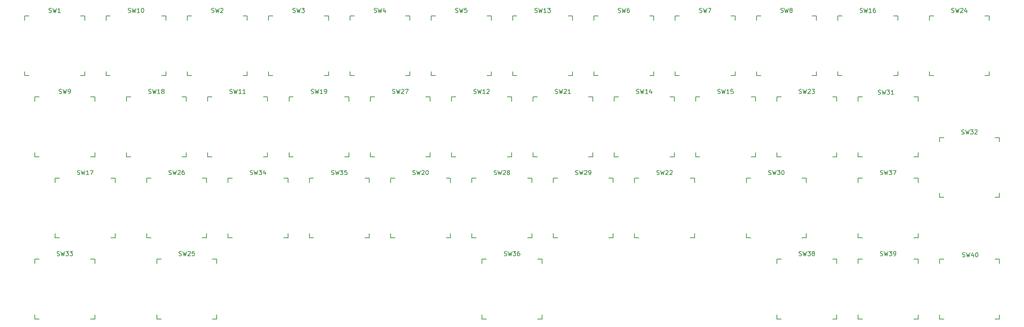
<source format=gbr>
%TF.GenerationSoftware,KiCad,Pcbnew,7.0.10*%
%TF.CreationDate,2024-04-25T18:19:19+01:00*%
%TF.ProjectId,keyboard,6b657962-6f61-4726-942e-6b696361645f,rev?*%
%TF.SameCoordinates,Original*%
%TF.FileFunction,Legend,Top*%
%TF.FilePolarity,Positive*%
%FSLAX46Y46*%
G04 Gerber Fmt 4.6, Leading zero omitted, Abs format (unit mm)*
G04 Created by KiCad (PCBNEW 7.0.10) date 2024-04-25 18:19:19*
%MOMM*%
%LPD*%
G01*
G04 APERTURE LIST*
%ADD10C,0.150000*%
G04 APERTURE END LIST*
D10*
X95565476Y-58652200D02*
X95708333Y-58699819D01*
X95708333Y-58699819D02*
X95946428Y-58699819D01*
X95946428Y-58699819D02*
X96041666Y-58652200D01*
X96041666Y-58652200D02*
X96089285Y-58604580D01*
X96089285Y-58604580D02*
X96136904Y-58509342D01*
X96136904Y-58509342D02*
X96136904Y-58414104D01*
X96136904Y-58414104D02*
X96089285Y-58318866D01*
X96089285Y-58318866D02*
X96041666Y-58271247D01*
X96041666Y-58271247D02*
X95946428Y-58223628D01*
X95946428Y-58223628D02*
X95755952Y-58176009D01*
X95755952Y-58176009D02*
X95660714Y-58128390D01*
X95660714Y-58128390D02*
X95613095Y-58080771D01*
X95613095Y-58080771D02*
X95565476Y-57985533D01*
X95565476Y-57985533D02*
X95565476Y-57890295D01*
X95565476Y-57890295D02*
X95613095Y-57795057D01*
X95613095Y-57795057D02*
X95660714Y-57747438D01*
X95660714Y-57747438D02*
X95755952Y-57699819D01*
X95755952Y-57699819D02*
X95994047Y-57699819D01*
X95994047Y-57699819D02*
X96136904Y-57747438D01*
X96470238Y-57699819D02*
X96708333Y-58699819D01*
X96708333Y-58699819D02*
X96898809Y-57985533D01*
X96898809Y-57985533D02*
X97089285Y-58699819D01*
X97089285Y-58699819D02*
X97327381Y-57699819D01*
X98232142Y-58699819D02*
X97660714Y-58699819D01*
X97946428Y-58699819D02*
X97946428Y-57699819D01*
X97946428Y-57699819D02*
X97851190Y-57842676D01*
X97851190Y-57842676D02*
X97755952Y-57937914D01*
X97755952Y-57937914D02*
X97660714Y-57985533D01*
X98708333Y-58699819D02*
X98898809Y-58699819D01*
X98898809Y-58699819D02*
X98994047Y-58652200D01*
X98994047Y-58652200D02*
X99041666Y-58604580D01*
X99041666Y-58604580D02*
X99136904Y-58461723D01*
X99136904Y-58461723D02*
X99184523Y-58271247D01*
X99184523Y-58271247D02*
X99184523Y-57890295D01*
X99184523Y-57890295D02*
X99136904Y-57795057D01*
X99136904Y-57795057D02*
X99089285Y-57747438D01*
X99089285Y-57747438D02*
X98994047Y-57699819D01*
X98994047Y-57699819D02*
X98803571Y-57699819D01*
X98803571Y-57699819D02*
X98708333Y-57747438D01*
X98708333Y-57747438D02*
X98660714Y-57795057D01*
X98660714Y-57795057D02*
X98613095Y-57890295D01*
X98613095Y-57890295D02*
X98613095Y-58128390D01*
X98613095Y-58128390D02*
X98660714Y-58223628D01*
X98660714Y-58223628D02*
X98708333Y-58271247D01*
X98708333Y-58271247D02*
X98803571Y-58318866D01*
X98803571Y-58318866D02*
X98994047Y-58318866D01*
X98994047Y-58318866D02*
X99089285Y-58271247D01*
X99089285Y-58271247D02*
X99136904Y-58223628D01*
X99136904Y-58223628D02*
X99184523Y-58128390D01*
X138315476Y-77652200D02*
X138458333Y-77699819D01*
X138458333Y-77699819D02*
X138696428Y-77699819D01*
X138696428Y-77699819D02*
X138791666Y-77652200D01*
X138791666Y-77652200D02*
X138839285Y-77604580D01*
X138839285Y-77604580D02*
X138886904Y-77509342D01*
X138886904Y-77509342D02*
X138886904Y-77414104D01*
X138886904Y-77414104D02*
X138839285Y-77318866D01*
X138839285Y-77318866D02*
X138791666Y-77271247D01*
X138791666Y-77271247D02*
X138696428Y-77223628D01*
X138696428Y-77223628D02*
X138505952Y-77176009D01*
X138505952Y-77176009D02*
X138410714Y-77128390D01*
X138410714Y-77128390D02*
X138363095Y-77080771D01*
X138363095Y-77080771D02*
X138315476Y-76985533D01*
X138315476Y-76985533D02*
X138315476Y-76890295D01*
X138315476Y-76890295D02*
X138363095Y-76795057D01*
X138363095Y-76795057D02*
X138410714Y-76747438D01*
X138410714Y-76747438D02*
X138505952Y-76699819D01*
X138505952Y-76699819D02*
X138744047Y-76699819D01*
X138744047Y-76699819D02*
X138886904Y-76747438D01*
X139220238Y-76699819D02*
X139458333Y-77699819D01*
X139458333Y-77699819D02*
X139648809Y-76985533D01*
X139648809Y-76985533D02*
X139839285Y-77699819D01*
X139839285Y-77699819D02*
X140077381Y-76699819D01*
X140410714Y-76795057D02*
X140458333Y-76747438D01*
X140458333Y-76747438D02*
X140553571Y-76699819D01*
X140553571Y-76699819D02*
X140791666Y-76699819D01*
X140791666Y-76699819D02*
X140886904Y-76747438D01*
X140886904Y-76747438D02*
X140934523Y-76795057D01*
X140934523Y-76795057D02*
X140982142Y-76890295D01*
X140982142Y-76890295D02*
X140982142Y-76985533D01*
X140982142Y-76985533D02*
X140934523Y-77128390D01*
X140934523Y-77128390D02*
X140363095Y-77699819D01*
X140363095Y-77699819D02*
X140982142Y-77699819D01*
X141553571Y-77128390D02*
X141458333Y-77080771D01*
X141458333Y-77080771D02*
X141410714Y-77033152D01*
X141410714Y-77033152D02*
X141363095Y-76937914D01*
X141363095Y-76937914D02*
X141363095Y-76890295D01*
X141363095Y-76890295D02*
X141410714Y-76795057D01*
X141410714Y-76795057D02*
X141458333Y-76747438D01*
X141458333Y-76747438D02*
X141553571Y-76699819D01*
X141553571Y-76699819D02*
X141744047Y-76699819D01*
X141744047Y-76699819D02*
X141839285Y-76747438D01*
X141839285Y-76747438D02*
X141886904Y-76795057D01*
X141886904Y-76795057D02*
X141934523Y-76890295D01*
X141934523Y-76890295D02*
X141934523Y-76937914D01*
X141934523Y-76937914D02*
X141886904Y-77033152D01*
X141886904Y-77033152D02*
X141839285Y-77080771D01*
X141839285Y-77080771D02*
X141744047Y-77128390D01*
X141744047Y-77128390D02*
X141553571Y-77128390D01*
X141553571Y-77128390D02*
X141458333Y-77176009D01*
X141458333Y-77176009D02*
X141410714Y-77223628D01*
X141410714Y-77223628D02*
X141363095Y-77318866D01*
X141363095Y-77318866D02*
X141363095Y-77509342D01*
X141363095Y-77509342D02*
X141410714Y-77604580D01*
X141410714Y-77604580D02*
X141458333Y-77652200D01*
X141458333Y-77652200D02*
X141553571Y-77699819D01*
X141553571Y-77699819D02*
X141744047Y-77699819D01*
X141744047Y-77699819D02*
X141839285Y-77652200D01*
X141839285Y-77652200D02*
X141886904Y-77604580D01*
X141886904Y-77604580D02*
X141934523Y-77509342D01*
X141934523Y-77509342D02*
X141934523Y-77318866D01*
X141934523Y-77318866D02*
X141886904Y-77223628D01*
X141886904Y-77223628D02*
X141839285Y-77176009D01*
X141839285Y-77176009D02*
X141744047Y-77128390D01*
X40940476Y-77652200D02*
X41083333Y-77699819D01*
X41083333Y-77699819D02*
X41321428Y-77699819D01*
X41321428Y-77699819D02*
X41416666Y-77652200D01*
X41416666Y-77652200D02*
X41464285Y-77604580D01*
X41464285Y-77604580D02*
X41511904Y-77509342D01*
X41511904Y-77509342D02*
X41511904Y-77414104D01*
X41511904Y-77414104D02*
X41464285Y-77318866D01*
X41464285Y-77318866D02*
X41416666Y-77271247D01*
X41416666Y-77271247D02*
X41321428Y-77223628D01*
X41321428Y-77223628D02*
X41130952Y-77176009D01*
X41130952Y-77176009D02*
X41035714Y-77128390D01*
X41035714Y-77128390D02*
X40988095Y-77080771D01*
X40988095Y-77080771D02*
X40940476Y-76985533D01*
X40940476Y-76985533D02*
X40940476Y-76890295D01*
X40940476Y-76890295D02*
X40988095Y-76795057D01*
X40988095Y-76795057D02*
X41035714Y-76747438D01*
X41035714Y-76747438D02*
X41130952Y-76699819D01*
X41130952Y-76699819D02*
X41369047Y-76699819D01*
X41369047Y-76699819D02*
X41511904Y-76747438D01*
X41845238Y-76699819D02*
X42083333Y-77699819D01*
X42083333Y-77699819D02*
X42273809Y-76985533D01*
X42273809Y-76985533D02*
X42464285Y-77699819D01*
X42464285Y-77699819D02*
X42702381Y-76699819D01*
X43607142Y-77699819D02*
X43035714Y-77699819D01*
X43321428Y-77699819D02*
X43321428Y-76699819D01*
X43321428Y-76699819D02*
X43226190Y-76842676D01*
X43226190Y-76842676D02*
X43130952Y-76937914D01*
X43130952Y-76937914D02*
X43035714Y-76985533D01*
X43940476Y-76699819D02*
X44607142Y-76699819D01*
X44607142Y-76699819D02*
X44178571Y-77699819D01*
X36666667Y-58652200D02*
X36809524Y-58699819D01*
X36809524Y-58699819D02*
X37047619Y-58699819D01*
X37047619Y-58699819D02*
X37142857Y-58652200D01*
X37142857Y-58652200D02*
X37190476Y-58604580D01*
X37190476Y-58604580D02*
X37238095Y-58509342D01*
X37238095Y-58509342D02*
X37238095Y-58414104D01*
X37238095Y-58414104D02*
X37190476Y-58318866D01*
X37190476Y-58318866D02*
X37142857Y-58271247D01*
X37142857Y-58271247D02*
X37047619Y-58223628D01*
X37047619Y-58223628D02*
X36857143Y-58176009D01*
X36857143Y-58176009D02*
X36761905Y-58128390D01*
X36761905Y-58128390D02*
X36714286Y-58080771D01*
X36714286Y-58080771D02*
X36666667Y-57985533D01*
X36666667Y-57985533D02*
X36666667Y-57890295D01*
X36666667Y-57890295D02*
X36714286Y-57795057D01*
X36714286Y-57795057D02*
X36761905Y-57747438D01*
X36761905Y-57747438D02*
X36857143Y-57699819D01*
X36857143Y-57699819D02*
X37095238Y-57699819D01*
X37095238Y-57699819D02*
X37238095Y-57747438D01*
X37571429Y-57699819D02*
X37809524Y-58699819D01*
X37809524Y-58699819D02*
X38000000Y-57985533D01*
X38000000Y-57985533D02*
X38190476Y-58699819D01*
X38190476Y-58699819D02*
X38428572Y-57699819D01*
X38857143Y-58699819D02*
X39047619Y-58699819D01*
X39047619Y-58699819D02*
X39142857Y-58652200D01*
X39142857Y-58652200D02*
X39190476Y-58604580D01*
X39190476Y-58604580D02*
X39285714Y-58461723D01*
X39285714Y-58461723D02*
X39333333Y-58271247D01*
X39333333Y-58271247D02*
X39333333Y-57890295D01*
X39333333Y-57890295D02*
X39285714Y-57795057D01*
X39285714Y-57795057D02*
X39238095Y-57747438D01*
X39238095Y-57747438D02*
X39142857Y-57699819D01*
X39142857Y-57699819D02*
X38952381Y-57699819D01*
X38952381Y-57699819D02*
X38857143Y-57747438D01*
X38857143Y-57747438D02*
X38809524Y-57795057D01*
X38809524Y-57795057D02*
X38761905Y-57890295D01*
X38761905Y-57890295D02*
X38761905Y-58128390D01*
X38761905Y-58128390D02*
X38809524Y-58223628D01*
X38809524Y-58223628D02*
X38857143Y-58271247D01*
X38857143Y-58271247D02*
X38952381Y-58318866D01*
X38952381Y-58318866D02*
X39142857Y-58318866D01*
X39142857Y-58318866D02*
X39238095Y-58271247D01*
X39238095Y-58271247D02*
X39285714Y-58223628D01*
X39285714Y-58223628D02*
X39333333Y-58128390D01*
X190565476Y-58652200D02*
X190708333Y-58699819D01*
X190708333Y-58699819D02*
X190946428Y-58699819D01*
X190946428Y-58699819D02*
X191041666Y-58652200D01*
X191041666Y-58652200D02*
X191089285Y-58604580D01*
X191089285Y-58604580D02*
X191136904Y-58509342D01*
X191136904Y-58509342D02*
X191136904Y-58414104D01*
X191136904Y-58414104D02*
X191089285Y-58318866D01*
X191089285Y-58318866D02*
X191041666Y-58271247D01*
X191041666Y-58271247D02*
X190946428Y-58223628D01*
X190946428Y-58223628D02*
X190755952Y-58176009D01*
X190755952Y-58176009D02*
X190660714Y-58128390D01*
X190660714Y-58128390D02*
X190613095Y-58080771D01*
X190613095Y-58080771D02*
X190565476Y-57985533D01*
X190565476Y-57985533D02*
X190565476Y-57890295D01*
X190565476Y-57890295D02*
X190613095Y-57795057D01*
X190613095Y-57795057D02*
X190660714Y-57747438D01*
X190660714Y-57747438D02*
X190755952Y-57699819D01*
X190755952Y-57699819D02*
X190994047Y-57699819D01*
X190994047Y-57699819D02*
X191136904Y-57747438D01*
X191470238Y-57699819D02*
X191708333Y-58699819D01*
X191708333Y-58699819D02*
X191898809Y-57985533D01*
X191898809Y-57985533D02*
X192089285Y-58699819D01*
X192089285Y-58699819D02*
X192327381Y-57699819D01*
X193232142Y-58699819D02*
X192660714Y-58699819D01*
X192946428Y-58699819D02*
X192946428Y-57699819D01*
X192946428Y-57699819D02*
X192851190Y-57842676D01*
X192851190Y-57842676D02*
X192755952Y-57937914D01*
X192755952Y-57937914D02*
X192660714Y-57985533D01*
X194136904Y-57699819D02*
X193660714Y-57699819D01*
X193660714Y-57699819D02*
X193613095Y-58176009D01*
X193613095Y-58176009D02*
X193660714Y-58128390D01*
X193660714Y-58128390D02*
X193755952Y-58080771D01*
X193755952Y-58080771D02*
X193994047Y-58080771D01*
X193994047Y-58080771D02*
X194089285Y-58128390D01*
X194089285Y-58128390D02*
X194136904Y-58176009D01*
X194136904Y-58176009D02*
X194184523Y-58271247D01*
X194184523Y-58271247D02*
X194184523Y-58509342D01*
X194184523Y-58509342D02*
X194136904Y-58604580D01*
X194136904Y-58604580D02*
X194089285Y-58652200D01*
X194089285Y-58652200D02*
X193994047Y-58699819D01*
X193994047Y-58699819D02*
X193755952Y-58699819D01*
X193755952Y-58699819D02*
X193660714Y-58652200D01*
X193660714Y-58652200D02*
X193613095Y-58604580D01*
X228565476Y-77652200D02*
X228708333Y-77699819D01*
X228708333Y-77699819D02*
X228946428Y-77699819D01*
X228946428Y-77699819D02*
X229041666Y-77652200D01*
X229041666Y-77652200D02*
X229089285Y-77604580D01*
X229089285Y-77604580D02*
X229136904Y-77509342D01*
X229136904Y-77509342D02*
X229136904Y-77414104D01*
X229136904Y-77414104D02*
X229089285Y-77318866D01*
X229089285Y-77318866D02*
X229041666Y-77271247D01*
X229041666Y-77271247D02*
X228946428Y-77223628D01*
X228946428Y-77223628D02*
X228755952Y-77176009D01*
X228755952Y-77176009D02*
X228660714Y-77128390D01*
X228660714Y-77128390D02*
X228613095Y-77080771D01*
X228613095Y-77080771D02*
X228565476Y-76985533D01*
X228565476Y-76985533D02*
X228565476Y-76890295D01*
X228565476Y-76890295D02*
X228613095Y-76795057D01*
X228613095Y-76795057D02*
X228660714Y-76747438D01*
X228660714Y-76747438D02*
X228755952Y-76699819D01*
X228755952Y-76699819D02*
X228994047Y-76699819D01*
X228994047Y-76699819D02*
X229136904Y-76747438D01*
X229470238Y-76699819D02*
X229708333Y-77699819D01*
X229708333Y-77699819D02*
X229898809Y-76985533D01*
X229898809Y-76985533D02*
X230089285Y-77699819D01*
X230089285Y-77699819D02*
X230327381Y-76699819D01*
X230613095Y-76699819D02*
X231232142Y-76699819D01*
X231232142Y-76699819D02*
X230898809Y-77080771D01*
X230898809Y-77080771D02*
X231041666Y-77080771D01*
X231041666Y-77080771D02*
X231136904Y-77128390D01*
X231136904Y-77128390D02*
X231184523Y-77176009D01*
X231184523Y-77176009D02*
X231232142Y-77271247D01*
X231232142Y-77271247D02*
X231232142Y-77509342D01*
X231232142Y-77509342D02*
X231184523Y-77604580D01*
X231184523Y-77604580D02*
X231136904Y-77652200D01*
X231136904Y-77652200D02*
X231041666Y-77699819D01*
X231041666Y-77699819D02*
X230755952Y-77699819D01*
X230755952Y-77699819D02*
X230660714Y-77652200D01*
X230660714Y-77652200D02*
X230613095Y-77604580D01*
X231565476Y-76699819D02*
X232232142Y-76699819D01*
X232232142Y-76699819D02*
X231803571Y-77699819D01*
X119315476Y-77652200D02*
X119458333Y-77699819D01*
X119458333Y-77699819D02*
X119696428Y-77699819D01*
X119696428Y-77699819D02*
X119791666Y-77652200D01*
X119791666Y-77652200D02*
X119839285Y-77604580D01*
X119839285Y-77604580D02*
X119886904Y-77509342D01*
X119886904Y-77509342D02*
X119886904Y-77414104D01*
X119886904Y-77414104D02*
X119839285Y-77318866D01*
X119839285Y-77318866D02*
X119791666Y-77271247D01*
X119791666Y-77271247D02*
X119696428Y-77223628D01*
X119696428Y-77223628D02*
X119505952Y-77176009D01*
X119505952Y-77176009D02*
X119410714Y-77128390D01*
X119410714Y-77128390D02*
X119363095Y-77080771D01*
X119363095Y-77080771D02*
X119315476Y-76985533D01*
X119315476Y-76985533D02*
X119315476Y-76890295D01*
X119315476Y-76890295D02*
X119363095Y-76795057D01*
X119363095Y-76795057D02*
X119410714Y-76747438D01*
X119410714Y-76747438D02*
X119505952Y-76699819D01*
X119505952Y-76699819D02*
X119744047Y-76699819D01*
X119744047Y-76699819D02*
X119886904Y-76747438D01*
X120220238Y-76699819D02*
X120458333Y-77699819D01*
X120458333Y-77699819D02*
X120648809Y-76985533D01*
X120648809Y-76985533D02*
X120839285Y-77699819D01*
X120839285Y-77699819D02*
X121077381Y-76699819D01*
X121410714Y-76795057D02*
X121458333Y-76747438D01*
X121458333Y-76747438D02*
X121553571Y-76699819D01*
X121553571Y-76699819D02*
X121791666Y-76699819D01*
X121791666Y-76699819D02*
X121886904Y-76747438D01*
X121886904Y-76747438D02*
X121934523Y-76795057D01*
X121934523Y-76795057D02*
X121982142Y-76890295D01*
X121982142Y-76890295D02*
X121982142Y-76985533D01*
X121982142Y-76985533D02*
X121934523Y-77128390D01*
X121934523Y-77128390D02*
X121363095Y-77699819D01*
X121363095Y-77699819D02*
X121982142Y-77699819D01*
X122601190Y-76699819D02*
X122696428Y-76699819D01*
X122696428Y-76699819D02*
X122791666Y-76747438D01*
X122791666Y-76747438D02*
X122839285Y-76795057D01*
X122839285Y-76795057D02*
X122886904Y-76890295D01*
X122886904Y-76890295D02*
X122934523Y-77080771D01*
X122934523Y-77080771D02*
X122934523Y-77318866D01*
X122934523Y-77318866D02*
X122886904Y-77509342D01*
X122886904Y-77509342D02*
X122839285Y-77604580D01*
X122839285Y-77604580D02*
X122791666Y-77652200D01*
X122791666Y-77652200D02*
X122696428Y-77699819D01*
X122696428Y-77699819D02*
X122601190Y-77699819D01*
X122601190Y-77699819D02*
X122505952Y-77652200D01*
X122505952Y-77652200D02*
X122458333Y-77604580D01*
X122458333Y-77604580D02*
X122410714Y-77509342D01*
X122410714Y-77509342D02*
X122363095Y-77318866D01*
X122363095Y-77318866D02*
X122363095Y-77080771D01*
X122363095Y-77080771D02*
X122410714Y-76890295D01*
X122410714Y-76890295D02*
X122458333Y-76795057D01*
X122458333Y-76795057D02*
X122505952Y-76747438D01*
X122505952Y-76747438D02*
X122601190Y-76699819D01*
X114565476Y-58652200D02*
X114708333Y-58699819D01*
X114708333Y-58699819D02*
X114946428Y-58699819D01*
X114946428Y-58699819D02*
X115041666Y-58652200D01*
X115041666Y-58652200D02*
X115089285Y-58604580D01*
X115089285Y-58604580D02*
X115136904Y-58509342D01*
X115136904Y-58509342D02*
X115136904Y-58414104D01*
X115136904Y-58414104D02*
X115089285Y-58318866D01*
X115089285Y-58318866D02*
X115041666Y-58271247D01*
X115041666Y-58271247D02*
X114946428Y-58223628D01*
X114946428Y-58223628D02*
X114755952Y-58176009D01*
X114755952Y-58176009D02*
X114660714Y-58128390D01*
X114660714Y-58128390D02*
X114613095Y-58080771D01*
X114613095Y-58080771D02*
X114565476Y-57985533D01*
X114565476Y-57985533D02*
X114565476Y-57890295D01*
X114565476Y-57890295D02*
X114613095Y-57795057D01*
X114613095Y-57795057D02*
X114660714Y-57747438D01*
X114660714Y-57747438D02*
X114755952Y-57699819D01*
X114755952Y-57699819D02*
X114994047Y-57699819D01*
X114994047Y-57699819D02*
X115136904Y-57747438D01*
X115470238Y-57699819D02*
X115708333Y-58699819D01*
X115708333Y-58699819D02*
X115898809Y-57985533D01*
X115898809Y-57985533D02*
X116089285Y-58699819D01*
X116089285Y-58699819D02*
X116327381Y-57699819D01*
X116660714Y-57795057D02*
X116708333Y-57747438D01*
X116708333Y-57747438D02*
X116803571Y-57699819D01*
X116803571Y-57699819D02*
X117041666Y-57699819D01*
X117041666Y-57699819D02*
X117136904Y-57747438D01*
X117136904Y-57747438D02*
X117184523Y-57795057D01*
X117184523Y-57795057D02*
X117232142Y-57890295D01*
X117232142Y-57890295D02*
X117232142Y-57985533D01*
X117232142Y-57985533D02*
X117184523Y-58128390D01*
X117184523Y-58128390D02*
X116613095Y-58699819D01*
X116613095Y-58699819D02*
X117232142Y-58699819D01*
X117565476Y-57699819D02*
X118232142Y-57699819D01*
X118232142Y-57699819D02*
X117803571Y-58699819D01*
X64690476Y-96652200D02*
X64833333Y-96699819D01*
X64833333Y-96699819D02*
X65071428Y-96699819D01*
X65071428Y-96699819D02*
X65166666Y-96652200D01*
X65166666Y-96652200D02*
X65214285Y-96604580D01*
X65214285Y-96604580D02*
X65261904Y-96509342D01*
X65261904Y-96509342D02*
X65261904Y-96414104D01*
X65261904Y-96414104D02*
X65214285Y-96318866D01*
X65214285Y-96318866D02*
X65166666Y-96271247D01*
X65166666Y-96271247D02*
X65071428Y-96223628D01*
X65071428Y-96223628D02*
X64880952Y-96176009D01*
X64880952Y-96176009D02*
X64785714Y-96128390D01*
X64785714Y-96128390D02*
X64738095Y-96080771D01*
X64738095Y-96080771D02*
X64690476Y-95985533D01*
X64690476Y-95985533D02*
X64690476Y-95890295D01*
X64690476Y-95890295D02*
X64738095Y-95795057D01*
X64738095Y-95795057D02*
X64785714Y-95747438D01*
X64785714Y-95747438D02*
X64880952Y-95699819D01*
X64880952Y-95699819D02*
X65119047Y-95699819D01*
X65119047Y-95699819D02*
X65261904Y-95747438D01*
X65595238Y-95699819D02*
X65833333Y-96699819D01*
X65833333Y-96699819D02*
X66023809Y-95985533D01*
X66023809Y-95985533D02*
X66214285Y-96699819D01*
X66214285Y-96699819D02*
X66452381Y-95699819D01*
X66785714Y-95795057D02*
X66833333Y-95747438D01*
X66833333Y-95747438D02*
X66928571Y-95699819D01*
X66928571Y-95699819D02*
X67166666Y-95699819D01*
X67166666Y-95699819D02*
X67261904Y-95747438D01*
X67261904Y-95747438D02*
X67309523Y-95795057D01*
X67309523Y-95795057D02*
X67357142Y-95890295D01*
X67357142Y-95890295D02*
X67357142Y-95985533D01*
X67357142Y-95985533D02*
X67309523Y-96128390D01*
X67309523Y-96128390D02*
X66738095Y-96699819D01*
X66738095Y-96699819D02*
X67357142Y-96699819D01*
X68261904Y-95699819D02*
X67785714Y-95699819D01*
X67785714Y-95699819D02*
X67738095Y-96176009D01*
X67738095Y-96176009D02*
X67785714Y-96128390D01*
X67785714Y-96128390D02*
X67880952Y-96080771D01*
X67880952Y-96080771D02*
X68119047Y-96080771D01*
X68119047Y-96080771D02*
X68214285Y-96128390D01*
X68214285Y-96128390D02*
X68261904Y-96176009D01*
X68261904Y-96176009D02*
X68309523Y-96271247D01*
X68309523Y-96271247D02*
X68309523Y-96509342D01*
X68309523Y-96509342D02*
X68261904Y-96604580D01*
X68261904Y-96604580D02*
X68214285Y-96652200D01*
X68214285Y-96652200D02*
X68119047Y-96699819D01*
X68119047Y-96699819D02*
X67880952Y-96699819D01*
X67880952Y-96699819D02*
X67785714Y-96652200D01*
X67785714Y-96652200D02*
X67738095Y-96604580D01*
X36190476Y-96652200D02*
X36333333Y-96699819D01*
X36333333Y-96699819D02*
X36571428Y-96699819D01*
X36571428Y-96699819D02*
X36666666Y-96652200D01*
X36666666Y-96652200D02*
X36714285Y-96604580D01*
X36714285Y-96604580D02*
X36761904Y-96509342D01*
X36761904Y-96509342D02*
X36761904Y-96414104D01*
X36761904Y-96414104D02*
X36714285Y-96318866D01*
X36714285Y-96318866D02*
X36666666Y-96271247D01*
X36666666Y-96271247D02*
X36571428Y-96223628D01*
X36571428Y-96223628D02*
X36380952Y-96176009D01*
X36380952Y-96176009D02*
X36285714Y-96128390D01*
X36285714Y-96128390D02*
X36238095Y-96080771D01*
X36238095Y-96080771D02*
X36190476Y-95985533D01*
X36190476Y-95985533D02*
X36190476Y-95890295D01*
X36190476Y-95890295D02*
X36238095Y-95795057D01*
X36238095Y-95795057D02*
X36285714Y-95747438D01*
X36285714Y-95747438D02*
X36380952Y-95699819D01*
X36380952Y-95699819D02*
X36619047Y-95699819D01*
X36619047Y-95699819D02*
X36761904Y-95747438D01*
X37095238Y-95699819D02*
X37333333Y-96699819D01*
X37333333Y-96699819D02*
X37523809Y-95985533D01*
X37523809Y-95985533D02*
X37714285Y-96699819D01*
X37714285Y-96699819D02*
X37952381Y-95699819D01*
X38238095Y-95699819D02*
X38857142Y-95699819D01*
X38857142Y-95699819D02*
X38523809Y-96080771D01*
X38523809Y-96080771D02*
X38666666Y-96080771D01*
X38666666Y-96080771D02*
X38761904Y-96128390D01*
X38761904Y-96128390D02*
X38809523Y-96176009D01*
X38809523Y-96176009D02*
X38857142Y-96271247D01*
X38857142Y-96271247D02*
X38857142Y-96509342D01*
X38857142Y-96509342D02*
X38809523Y-96604580D01*
X38809523Y-96604580D02*
X38761904Y-96652200D01*
X38761904Y-96652200D02*
X38666666Y-96699819D01*
X38666666Y-96699819D02*
X38380952Y-96699819D01*
X38380952Y-96699819D02*
X38285714Y-96652200D01*
X38285714Y-96652200D02*
X38238095Y-96604580D01*
X39190476Y-95699819D02*
X39809523Y-95699819D01*
X39809523Y-95699819D02*
X39476190Y-96080771D01*
X39476190Y-96080771D02*
X39619047Y-96080771D01*
X39619047Y-96080771D02*
X39714285Y-96128390D01*
X39714285Y-96128390D02*
X39761904Y-96176009D01*
X39761904Y-96176009D02*
X39809523Y-96271247D01*
X39809523Y-96271247D02*
X39809523Y-96509342D01*
X39809523Y-96509342D02*
X39761904Y-96604580D01*
X39761904Y-96604580D02*
X39714285Y-96652200D01*
X39714285Y-96652200D02*
X39619047Y-96699819D01*
X39619047Y-96699819D02*
X39333333Y-96699819D01*
X39333333Y-96699819D02*
X39238095Y-96652200D01*
X39238095Y-96652200D02*
X39190476Y-96604580D01*
X247565476Y-68152200D02*
X247708333Y-68199819D01*
X247708333Y-68199819D02*
X247946428Y-68199819D01*
X247946428Y-68199819D02*
X248041666Y-68152200D01*
X248041666Y-68152200D02*
X248089285Y-68104580D01*
X248089285Y-68104580D02*
X248136904Y-68009342D01*
X248136904Y-68009342D02*
X248136904Y-67914104D01*
X248136904Y-67914104D02*
X248089285Y-67818866D01*
X248089285Y-67818866D02*
X248041666Y-67771247D01*
X248041666Y-67771247D02*
X247946428Y-67723628D01*
X247946428Y-67723628D02*
X247755952Y-67676009D01*
X247755952Y-67676009D02*
X247660714Y-67628390D01*
X247660714Y-67628390D02*
X247613095Y-67580771D01*
X247613095Y-67580771D02*
X247565476Y-67485533D01*
X247565476Y-67485533D02*
X247565476Y-67390295D01*
X247565476Y-67390295D02*
X247613095Y-67295057D01*
X247613095Y-67295057D02*
X247660714Y-67247438D01*
X247660714Y-67247438D02*
X247755952Y-67199819D01*
X247755952Y-67199819D02*
X247994047Y-67199819D01*
X247994047Y-67199819D02*
X248136904Y-67247438D01*
X248470238Y-67199819D02*
X248708333Y-68199819D01*
X248708333Y-68199819D02*
X248898809Y-67485533D01*
X248898809Y-67485533D02*
X249089285Y-68199819D01*
X249089285Y-68199819D02*
X249327381Y-67199819D01*
X249613095Y-67199819D02*
X250232142Y-67199819D01*
X250232142Y-67199819D02*
X249898809Y-67580771D01*
X249898809Y-67580771D02*
X250041666Y-67580771D01*
X250041666Y-67580771D02*
X250136904Y-67628390D01*
X250136904Y-67628390D02*
X250184523Y-67676009D01*
X250184523Y-67676009D02*
X250232142Y-67771247D01*
X250232142Y-67771247D02*
X250232142Y-68009342D01*
X250232142Y-68009342D02*
X250184523Y-68104580D01*
X250184523Y-68104580D02*
X250136904Y-68152200D01*
X250136904Y-68152200D02*
X250041666Y-68199819D01*
X250041666Y-68199819D02*
X249755952Y-68199819D01*
X249755952Y-68199819D02*
X249660714Y-68152200D01*
X249660714Y-68152200D02*
X249613095Y-68104580D01*
X250613095Y-67295057D02*
X250660714Y-67247438D01*
X250660714Y-67247438D02*
X250755952Y-67199819D01*
X250755952Y-67199819D02*
X250994047Y-67199819D01*
X250994047Y-67199819D02*
X251089285Y-67247438D01*
X251089285Y-67247438D02*
X251136904Y-67295057D01*
X251136904Y-67295057D02*
X251184523Y-67390295D01*
X251184523Y-67390295D02*
X251184523Y-67485533D01*
X251184523Y-67485533D02*
X251136904Y-67628390D01*
X251136904Y-67628390D02*
X250565476Y-68199819D01*
X250565476Y-68199819D02*
X251184523Y-68199819D01*
X133565476Y-58652200D02*
X133708333Y-58699819D01*
X133708333Y-58699819D02*
X133946428Y-58699819D01*
X133946428Y-58699819D02*
X134041666Y-58652200D01*
X134041666Y-58652200D02*
X134089285Y-58604580D01*
X134089285Y-58604580D02*
X134136904Y-58509342D01*
X134136904Y-58509342D02*
X134136904Y-58414104D01*
X134136904Y-58414104D02*
X134089285Y-58318866D01*
X134089285Y-58318866D02*
X134041666Y-58271247D01*
X134041666Y-58271247D02*
X133946428Y-58223628D01*
X133946428Y-58223628D02*
X133755952Y-58176009D01*
X133755952Y-58176009D02*
X133660714Y-58128390D01*
X133660714Y-58128390D02*
X133613095Y-58080771D01*
X133613095Y-58080771D02*
X133565476Y-57985533D01*
X133565476Y-57985533D02*
X133565476Y-57890295D01*
X133565476Y-57890295D02*
X133613095Y-57795057D01*
X133613095Y-57795057D02*
X133660714Y-57747438D01*
X133660714Y-57747438D02*
X133755952Y-57699819D01*
X133755952Y-57699819D02*
X133994047Y-57699819D01*
X133994047Y-57699819D02*
X134136904Y-57747438D01*
X134470238Y-57699819D02*
X134708333Y-58699819D01*
X134708333Y-58699819D02*
X134898809Y-57985533D01*
X134898809Y-57985533D02*
X135089285Y-58699819D01*
X135089285Y-58699819D02*
X135327381Y-57699819D01*
X136232142Y-58699819D02*
X135660714Y-58699819D01*
X135946428Y-58699819D02*
X135946428Y-57699819D01*
X135946428Y-57699819D02*
X135851190Y-57842676D01*
X135851190Y-57842676D02*
X135755952Y-57937914D01*
X135755952Y-57937914D02*
X135660714Y-57985533D01*
X136613095Y-57795057D02*
X136660714Y-57747438D01*
X136660714Y-57747438D02*
X136755952Y-57699819D01*
X136755952Y-57699819D02*
X136994047Y-57699819D01*
X136994047Y-57699819D02*
X137089285Y-57747438D01*
X137089285Y-57747438D02*
X137136904Y-57795057D01*
X137136904Y-57795057D02*
X137184523Y-57890295D01*
X137184523Y-57890295D02*
X137184523Y-57985533D01*
X137184523Y-57985533D02*
X137136904Y-58128390D01*
X137136904Y-58128390D02*
X136565476Y-58699819D01*
X136565476Y-58699819D02*
X137184523Y-58699819D01*
X171565476Y-58652200D02*
X171708333Y-58699819D01*
X171708333Y-58699819D02*
X171946428Y-58699819D01*
X171946428Y-58699819D02*
X172041666Y-58652200D01*
X172041666Y-58652200D02*
X172089285Y-58604580D01*
X172089285Y-58604580D02*
X172136904Y-58509342D01*
X172136904Y-58509342D02*
X172136904Y-58414104D01*
X172136904Y-58414104D02*
X172089285Y-58318866D01*
X172089285Y-58318866D02*
X172041666Y-58271247D01*
X172041666Y-58271247D02*
X171946428Y-58223628D01*
X171946428Y-58223628D02*
X171755952Y-58176009D01*
X171755952Y-58176009D02*
X171660714Y-58128390D01*
X171660714Y-58128390D02*
X171613095Y-58080771D01*
X171613095Y-58080771D02*
X171565476Y-57985533D01*
X171565476Y-57985533D02*
X171565476Y-57890295D01*
X171565476Y-57890295D02*
X171613095Y-57795057D01*
X171613095Y-57795057D02*
X171660714Y-57747438D01*
X171660714Y-57747438D02*
X171755952Y-57699819D01*
X171755952Y-57699819D02*
X171994047Y-57699819D01*
X171994047Y-57699819D02*
X172136904Y-57747438D01*
X172470238Y-57699819D02*
X172708333Y-58699819D01*
X172708333Y-58699819D02*
X172898809Y-57985533D01*
X172898809Y-57985533D02*
X173089285Y-58699819D01*
X173089285Y-58699819D02*
X173327381Y-57699819D01*
X174232142Y-58699819D02*
X173660714Y-58699819D01*
X173946428Y-58699819D02*
X173946428Y-57699819D01*
X173946428Y-57699819D02*
X173851190Y-57842676D01*
X173851190Y-57842676D02*
X173755952Y-57937914D01*
X173755952Y-57937914D02*
X173660714Y-57985533D01*
X175089285Y-58033152D02*
X175089285Y-58699819D01*
X174851190Y-57652200D02*
X174613095Y-58366485D01*
X174613095Y-58366485D02*
X175232142Y-58366485D01*
X228565476Y-96652200D02*
X228708333Y-96699819D01*
X228708333Y-96699819D02*
X228946428Y-96699819D01*
X228946428Y-96699819D02*
X229041666Y-96652200D01*
X229041666Y-96652200D02*
X229089285Y-96604580D01*
X229089285Y-96604580D02*
X229136904Y-96509342D01*
X229136904Y-96509342D02*
X229136904Y-96414104D01*
X229136904Y-96414104D02*
X229089285Y-96318866D01*
X229089285Y-96318866D02*
X229041666Y-96271247D01*
X229041666Y-96271247D02*
X228946428Y-96223628D01*
X228946428Y-96223628D02*
X228755952Y-96176009D01*
X228755952Y-96176009D02*
X228660714Y-96128390D01*
X228660714Y-96128390D02*
X228613095Y-96080771D01*
X228613095Y-96080771D02*
X228565476Y-95985533D01*
X228565476Y-95985533D02*
X228565476Y-95890295D01*
X228565476Y-95890295D02*
X228613095Y-95795057D01*
X228613095Y-95795057D02*
X228660714Y-95747438D01*
X228660714Y-95747438D02*
X228755952Y-95699819D01*
X228755952Y-95699819D02*
X228994047Y-95699819D01*
X228994047Y-95699819D02*
X229136904Y-95747438D01*
X229470238Y-95699819D02*
X229708333Y-96699819D01*
X229708333Y-96699819D02*
X229898809Y-95985533D01*
X229898809Y-95985533D02*
X230089285Y-96699819D01*
X230089285Y-96699819D02*
X230327381Y-95699819D01*
X230613095Y-95699819D02*
X231232142Y-95699819D01*
X231232142Y-95699819D02*
X230898809Y-96080771D01*
X230898809Y-96080771D02*
X231041666Y-96080771D01*
X231041666Y-96080771D02*
X231136904Y-96128390D01*
X231136904Y-96128390D02*
X231184523Y-96176009D01*
X231184523Y-96176009D02*
X231232142Y-96271247D01*
X231232142Y-96271247D02*
X231232142Y-96509342D01*
X231232142Y-96509342D02*
X231184523Y-96604580D01*
X231184523Y-96604580D02*
X231136904Y-96652200D01*
X231136904Y-96652200D02*
X231041666Y-96699819D01*
X231041666Y-96699819D02*
X230755952Y-96699819D01*
X230755952Y-96699819D02*
X230660714Y-96652200D01*
X230660714Y-96652200D02*
X230613095Y-96604580D01*
X231708333Y-96699819D02*
X231898809Y-96699819D01*
X231898809Y-96699819D02*
X231994047Y-96652200D01*
X231994047Y-96652200D02*
X232041666Y-96604580D01*
X232041666Y-96604580D02*
X232136904Y-96461723D01*
X232136904Y-96461723D02*
X232184523Y-96271247D01*
X232184523Y-96271247D02*
X232184523Y-95890295D01*
X232184523Y-95890295D02*
X232136904Y-95795057D01*
X232136904Y-95795057D02*
X232089285Y-95747438D01*
X232089285Y-95747438D02*
X231994047Y-95699819D01*
X231994047Y-95699819D02*
X231803571Y-95699819D01*
X231803571Y-95699819D02*
X231708333Y-95747438D01*
X231708333Y-95747438D02*
X231660714Y-95795057D01*
X231660714Y-95795057D02*
X231613095Y-95890295D01*
X231613095Y-95890295D02*
X231613095Y-96128390D01*
X231613095Y-96128390D02*
X231660714Y-96223628D01*
X231660714Y-96223628D02*
X231708333Y-96271247D01*
X231708333Y-96271247D02*
X231803571Y-96318866D01*
X231803571Y-96318866D02*
X231994047Y-96318866D01*
X231994047Y-96318866D02*
X232089285Y-96271247D01*
X232089285Y-96271247D02*
X232136904Y-96223628D01*
X232136904Y-96223628D02*
X232184523Y-96128390D01*
X209565476Y-58652200D02*
X209708333Y-58699819D01*
X209708333Y-58699819D02*
X209946428Y-58699819D01*
X209946428Y-58699819D02*
X210041666Y-58652200D01*
X210041666Y-58652200D02*
X210089285Y-58604580D01*
X210089285Y-58604580D02*
X210136904Y-58509342D01*
X210136904Y-58509342D02*
X210136904Y-58414104D01*
X210136904Y-58414104D02*
X210089285Y-58318866D01*
X210089285Y-58318866D02*
X210041666Y-58271247D01*
X210041666Y-58271247D02*
X209946428Y-58223628D01*
X209946428Y-58223628D02*
X209755952Y-58176009D01*
X209755952Y-58176009D02*
X209660714Y-58128390D01*
X209660714Y-58128390D02*
X209613095Y-58080771D01*
X209613095Y-58080771D02*
X209565476Y-57985533D01*
X209565476Y-57985533D02*
X209565476Y-57890295D01*
X209565476Y-57890295D02*
X209613095Y-57795057D01*
X209613095Y-57795057D02*
X209660714Y-57747438D01*
X209660714Y-57747438D02*
X209755952Y-57699819D01*
X209755952Y-57699819D02*
X209994047Y-57699819D01*
X209994047Y-57699819D02*
X210136904Y-57747438D01*
X210470238Y-57699819D02*
X210708333Y-58699819D01*
X210708333Y-58699819D02*
X210898809Y-57985533D01*
X210898809Y-57985533D02*
X211089285Y-58699819D01*
X211089285Y-58699819D02*
X211327381Y-57699819D01*
X211660714Y-57795057D02*
X211708333Y-57747438D01*
X211708333Y-57747438D02*
X211803571Y-57699819D01*
X211803571Y-57699819D02*
X212041666Y-57699819D01*
X212041666Y-57699819D02*
X212136904Y-57747438D01*
X212136904Y-57747438D02*
X212184523Y-57795057D01*
X212184523Y-57795057D02*
X212232142Y-57890295D01*
X212232142Y-57890295D02*
X212232142Y-57985533D01*
X212232142Y-57985533D02*
X212184523Y-58128390D01*
X212184523Y-58128390D02*
X211613095Y-58699819D01*
X211613095Y-58699819D02*
X212232142Y-58699819D01*
X212565476Y-57699819D02*
X213184523Y-57699819D01*
X213184523Y-57699819D02*
X212851190Y-58080771D01*
X212851190Y-58080771D02*
X212994047Y-58080771D01*
X212994047Y-58080771D02*
X213089285Y-58128390D01*
X213089285Y-58128390D02*
X213136904Y-58176009D01*
X213136904Y-58176009D02*
X213184523Y-58271247D01*
X213184523Y-58271247D02*
X213184523Y-58509342D01*
X213184523Y-58509342D02*
X213136904Y-58604580D01*
X213136904Y-58604580D02*
X213089285Y-58652200D01*
X213089285Y-58652200D02*
X212994047Y-58699819D01*
X212994047Y-58699819D02*
X212708333Y-58699819D01*
X212708333Y-58699819D02*
X212613095Y-58652200D01*
X212613095Y-58652200D02*
X212565476Y-58604580D01*
X157315476Y-77652200D02*
X157458333Y-77699819D01*
X157458333Y-77699819D02*
X157696428Y-77699819D01*
X157696428Y-77699819D02*
X157791666Y-77652200D01*
X157791666Y-77652200D02*
X157839285Y-77604580D01*
X157839285Y-77604580D02*
X157886904Y-77509342D01*
X157886904Y-77509342D02*
X157886904Y-77414104D01*
X157886904Y-77414104D02*
X157839285Y-77318866D01*
X157839285Y-77318866D02*
X157791666Y-77271247D01*
X157791666Y-77271247D02*
X157696428Y-77223628D01*
X157696428Y-77223628D02*
X157505952Y-77176009D01*
X157505952Y-77176009D02*
X157410714Y-77128390D01*
X157410714Y-77128390D02*
X157363095Y-77080771D01*
X157363095Y-77080771D02*
X157315476Y-76985533D01*
X157315476Y-76985533D02*
X157315476Y-76890295D01*
X157315476Y-76890295D02*
X157363095Y-76795057D01*
X157363095Y-76795057D02*
X157410714Y-76747438D01*
X157410714Y-76747438D02*
X157505952Y-76699819D01*
X157505952Y-76699819D02*
X157744047Y-76699819D01*
X157744047Y-76699819D02*
X157886904Y-76747438D01*
X158220238Y-76699819D02*
X158458333Y-77699819D01*
X158458333Y-77699819D02*
X158648809Y-76985533D01*
X158648809Y-76985533D02*
X158839285Y-77699819D01*
X158839285Y-77699819D02*
X159077381Y-76699819D01*
X159410714Y-76795057D02*
X159458333Y-76747438D01*
X159458333Y-76747438D02*
X159553571Y-76699819D01*
X159553571Y-76699819D02*
X159791666Y-76699819D01*
X159791666Y-76699819D02*
X159886904Y-76747438D01*
X159886904Y-76747438D02*
X159934523Y-76795057D01*
X159934523Y-76795057D02*
X159982142Y-76890295D01*
X159982142Y-76890295D02*
X159982142Y-76985533D01*
X159982142Y-76985533D02*
X159934523Y-77128390D01*
X159934523Y-77128390D02*
X159363095Y-77699819D01*
X159363095Y-77699819D02*
X159982142Y-77699819D01*
X160458333Y-77699819D02*
X160648809Y-77699819D01*
X160648809Y-77699819D02*
X160744047Y-77652200D01*
X160744047Y-77652200D02*
X160791666Y-77604580D01*
X160791666Y-77604580D02*
X160886904Y-77461723D01*
X160886904Y-77461723D02*
X160934523Y-77271247D01*
X160934523Y-77271247D02*
X160934523Y-76890295D01*
X160934523Y-76890295D02*
X160886904Y-76795057D01*
X160886904Y-76795057D02*
X160839285Y-76747438D01*
X160839285Y-76747438D02*
X160744047Y-76699819D01*
X160744047Y-76699819D02*
X160553571Y-76699819D01*
X160553571Y-76699819D02*
X160458333Y-76747438D01*
X160458333Y-76747438D02*
X160410714Y-76795057D01*
X160410714Y-76795057D02*
X160363095Y-76890295D01*
X160363095Y-76890295D02*
X160363095Y-77128390D01*
X160363095Y-77128390D02*
X160410714Y-77223628D01*
X160410714Y-77223628D02*
X160458333Y-77271247D01*
X160458333Y-77271247D02*
X160553571Y-77318866D01*
X160553571Y-77318866D02*
X160744047Y-77318866D01*
X160744047Y-77318866D02*
X160839285Y-77271247D01*
X160839285Y-77271247D02*
X160886904Y-77223628D01*
X160886904Y-77223628D02*
X160934523Y-77128390D01*
X152565476Y-58652200D02*
X152708333Y-58699819D01*
X152708333Y-58699819D02*
X152946428Y-58699819D01*
X152946428Y-58699819D02*
X153041666Y-58652200D01*
X153041666Y-58652200D02*
X153089285Y-58604580D01*
X153089285Y-58604580D02*
X153136904Y-58509342D01*
X153136904Y-58509342D02*
X153136904Y-58414104D01*
X153136904Y-58414104D02*
X153089285Y-58318866D01*
X153089285Y-58318866D02*
X153041666Y-58271247D01*
X153041666Y-58271247D02*
X152946428Y-58223628D01*
X152946428Y-58223628D02*
X152755952Y-58176009D01*
X152755952Y-58176009D02*
X152660714Y-58128390D01*
X152660714Y-58128390D02*
X152613095Y-58080771D01*
X152613095Y-58080771D02*
X152565476Y-57985533D01*
X152565476Y-57985533D02*
X152565476Y-57890295D01*
X152565476Y-57890295D02*
X152613095Y-57795057D01*
X152613095Y-57795057D02*
X152660714Y-57747438D01*
X152660714Y-57747438D02*
X152755952Y-57699819D01*
X152755952Y-57699819D02*
X152994047Y-57699819D01*
X152994047Y-57699819D02*
X153136904Y-57747438D01*
X153470238Y-57699819D02*
X153708333Y-58699819D01*
X153708333Y-58699819D02*
X153898809Y-57985533D01*
X153898809Y-57985533D02*
X154089285Y-58699819D01*
X154089285Y-58699819D02*
X154327381Y-57699819D01*
X154660714Y-57795057D02*
X154708333Y-57747438D01*
X154708333Y-57747438D02*
X154803571Y-57699819D01*
X154803571Y-57699819D02*
X155041666Y-57699819D01*
X155041666Y-57699819D02*
X155136904Y-57747438D01*
X155136904Y-57747438D02*
X155184523Y-57795057D01*
X155184523Y-57795057D02*
X155232142Y-57890295D01*
X155232142Y-57890295D02*
X155232142Y-57985533D01*
X155232142Y-57985533D02*
X155184523Y-58128390D01*
X155184523Y-58128390D02*
X154613095Y-58699819D01*
X154613095Y-58699819D02*
X155232142Y-58699819D01*
X156184523Y-58699819D02*
X155613095Y-58699819D01*
X155898809Y-58699819D02*
X155898809Y-57699819D01*
X155898809Y-57699819D02*
X155803571Y-57842676D01*
X155803571Y-57842676D02*
X155708333Y-57937914D01*
X155708333Y-57937914D02*
X155613095Y-57985533D01*
X76565476Y-58652200D02*
X76708333Y-58699819D01*
X76708333Y-58699819D02*
X76946428Y-58699819D01*
X76946428Y-58699819D02*
X77041666Y-58652200D01*
X77041666Y-58652200D02*
X77089285Y-58604580D01*
X77089285Y-58604580D02*
X77136904Y-58509342D01*
X77136904Y-58509342D02*
X77136904Y-58414104D01*
X77136904Y-58414104D02*
X77089285Y-58318866D01*
X77089285Y-58318866D02*
X77041666Y-58271247D01*
X77041666Y-58271247D02*
X76946428Y-58223628D01*
X76946428Y-58223628D02*
X76755952Y-58176009D01*
X76755952Y-58176009D02*
X76660714Y-58128390D01*
X76660714Y-58128390D02*
X76613095Y-58080771D01*
X76613095Y-58080771D02*
X76565476Y-57985533D01*
X76565476Y-57985533D02*
X76565476Y-57890295D01*
X76565476Y-57890295D02*
X76613095Y-57795057D01*
X76613095Y-57795057D02*
X76660714Y-57747438D01*
X76660714Y-57747438D02*
X76755952Y-57699819D01*
X76755952Y-57699819D02*
X76994047Y-57699819D01*
X76994047Y-57699819D02*
X77136904Y-57747438D01*
X77470238Y-57699819D02*
X77708333Y-58699819D01*
X77708333Y-58699819D02*
X77898809Y-57985533D01*
X77898809Y-57985533D02*
X78089285Y-58699819D01*
X78089285Y-58699819D02*
X78327381Y-57699819D01*
X79232142Y-58699819D02*
X78660714Y-58699819D01*
X78946428Y-58699819D02*
X78946428Y-57699819D01*
X78946428Y-57699819D02*
X78851190Y-57842676D01*
X78851190Y-57842676D02*
X78755952Y-57937914D01*
X78755952Y-57937914D02*
X78660714Y-57985533D01*
X80184523Y-58699819D02*
X79613095Y-58699819D01*
X79898809Y-58699819D02*
X79898809Y-57699819D01*
X79898809Y-57699819D02*
X79803571Y-57842676D01*
X79803571Y-57842676D02*
X79708333Y-57937914D01*
X79708333Y-57937914D02*
X79613095Y-57985533D01*
X81315476Y-77652200D02*
X81458333Y-77699819D01*
X81458333Y-77699819D02*
X81696428Y-77699819D01*
X81696428Y-77699819D02*
X81791666Y-77652200D01*
X81791666Y-77652200D02*
X81839285Y-77604580D01*
X81839285Y-77604580D02*
X81886904Y-77509342D01*
X81886904Y-77509342D02*
X81886904Y-77414104D01*
X81886904Y-77414104D02*
X81839285Y-77318866D01*
X81839285Y-77318866D02*
X81791666Y-77271247D01*
X81791666Y-77271247D02*
X81696428Y-77223628D01*
X81696428Y-77223628D02*
X81505952Y-77176009D01*
X81505952Y-77176009D02*
X81410714Y-77128390D01*
X81410714Y-77128390D02*
X81363095Y-77080771D01*
X81363095Y-77080771D02*
X81315476Y-76985533D01*
X81315476Y-76985533D02*
X81315476Y-76890295D01*
X81315476Y-76890295D02*
X81363095Y-76795057D01*
X81363095Y-76795057D02*
X81410714Y-76747438D01*
X81410714Y-76747438D02*
X81505952Y-76699819D01*
X81505952Y-76699819D02*
X81744047Y-76699819D01*
X81744047Y-76699819D02*
X81886904Y-76747438D01*
X82220238Y-76699819D02*
X82458333Y-77699819D01*
X82458333Y-77699819D02*
X82648809Y-76985533D01*
X82648809Y-76985533D02*
X82839285Y-77699819D01*
X82839285Y-77699819D02*
X83077381Y-76699819D01*
X83363095Y-76699819D02*
X83982142Y-76699819D01*
X83982142Y-76699819D02*
X83648809Y-77080771D01*
X83648809Y-77080771D02*
X83791666Y-77080771D01*
X83791666Y-77080771D02*
X83886904Y-77128390D01*
X83886904Y-77128390D02*
X83934523Y-77176009D01*
X83934523Y-77176009D02*
X83982142Y-77271247D01*
X83982142Y-77271247D02*
X83982142Y-77509342D01*
X83982142Y-77509342D02*
X83934523Y-77604580D01*
X83934523Y-77604580D02*
X83886904Y-77652200D01*
X83886904Y-77652200D02*
X83791666Y-77699819D01*
X83791666Y-77699819D02*
X83505952Y-77699819D01*
X83505952Y-77699819D02*
X83410714Y-77652200D01*
X83410714Y-77652200D02*
X83363095Y-77604580D01*
X84839285Y-77033152D02*
X84839285Y-77699819D01*
X84601190Y-76652200D02*
X84363095Y-77366485D01*
X84363095Y-77366485D02*
X84982142Y-77366485D01*
X245190476Y-39652200D02*
X245333333Y-39699819D01*
X245333333Y-39699819D02*
X245571428Y-39699819D01*
X245571428Y-39699819D02*
X245666666Y-39652200D01*
X245666666Y-39652200D02*
X245714285Y-39604580D01*
X245714285Y-39604580D02*
X245761904Y-39509342D01*
X245761904Y-39509342D02*
X245761904Y-39414104D01*
X245761904Y-39414104D02*
X245714285Y-39318866D01*
X245714285Y-39318866D02*
X245666666Y-39271247D01*
X245666666Y-39271247D02*
X245571428Y-39223628D01*
X245571428Y-39223628D02*
X245380952Y-39176009D01*
X245380952Y-39176009D02*
X245285714Y-39128390D01*
X245285714Y-39128390D02*
X245238095Y-39080771D01*
X245238095Y-39080771D02*
X245190476Y-38985533D01*
X245190476Y-38985533D02*
X245190476Y-38890295D01*
X245190476Y-38890295D02*
X245238095Y-38795057D01*
X245238095Y-38795057D02*
X245285714Y-38747438D01*
X245285714Y-38747438D02*
X245380952Y-38699819D01*
X245380952Y-38699819D02*
X245619047Y-38699819D01*
X245619047Y-38699819D02*
X245761904Y-38747438D01*
X246095238Y-38699819D02*
X246333333Y-39699819D01*
X246333333Y-39699819D02*
X246523809Y-38985533D01*
X246523809Y-38985533D02*
X246714285Y-39699819D01*
X246714285Y-39699819D02*
X246952381Y-38699819D01*
X247285714Y-38795057D02*
X247333333Y-38747438D01*
X247333333Y-38747438D02*
X247428571Y-38699819D01*
X247428571Y-38699819D02*
X247666666Y-38699819D01*
X247666666Y-38699819D02*
X247761904Y-38747438D01*
X247761904Y-38747438D02*
X247809523Y-38795057D01*
X247809523Y-38795057D02*
X247857142Y-38890295D01*
X247857142Y-38890295D02*
X247857142Y-38985533D01*
X247857142Y-38985533D02*
X247809523Y-39128390D01*
X247809523Y-39128390D02*
X247238095Y-39699819D01*
X247238095Y-39699819D02*
X247857142Y-39699819D01*
X248714285Y-39033152D02*
X248714285Y-39699819D01*
X248476190Y-38652200D02*
X248238095Y-39366485D01*
X248238095Y-39366485D02*
X248857142Y-39366485D01*
X228060476Y-58827200D02*
X228203333Y-58874819D01*
X228203333Y-58874819D02*
X228441428Y-58874819D01*
X228441428Y-58874819D02*
X228536666Y-58827200D01*
X228536666Y-58827200D02*
X228584285Y-58779580D01*
X228584285Y-58779580D02*
X228631904Y-58684342D01*
X228631904Y-58684342D02*
X228631904Y-58589104D01*
X228631904Y-58589104D02*
X228584285Y-58493866D01*
X228584285Y-58493866D02*
X228536666Y-58446247D01*
X228536666Y-58446247D02*
X228441428Y-58398628D01*
X228441428Y-58398628D02*
X228250952Y-58351009D01*
X228250952Y-58351009D02*
X228155714Y-58303390D01*
X228155714Y-58303390D02*
X228108095Y-58255771D01*
X228108095Y-58255771D02*
X228060476Y-58160533D01*
X228060476Y-58160533D02*
X228060476Y-58065295D01*
X228060476Y-58065295D02*
X228108095Y-57970057D01*
X228108095Y-57970057D02*
X228155714Y-57922438D01*
X228155714Y-57922438D02*
X228250952Y-57874819D01*
X228250952Y-57874819D02*
X228489047Y-57874819D01*
X228489047Y-57874819D02*
X228631904Y-57922438D01*
X228965238Y-57874819D02*
X229203333Y-58874819D01*
X229203333Y-58874819D02*
X229393809Y-58160533D01*
X229393809Y-58160533D02*
X229584285Y-58874819D01*
X229584285Y-58874819D02*
X229822381Y-57874819D01*
X230108095Y-57874819D02*
X230727142Y-57874819D01*
X230727142Y-57874819D02*
X230393809Y-58255771D01*
X230393809Y-58255771D02*
X230536666Y-58255771D01*
X230536666Y-58255771D02*
X230631904Y-58303390D01*
X230631904Y-58303390D02*
X230679523Y-58351009D01*
X230679523Y-58351009D02*
X230727142Y-58446247D01*
X230727142Y-58446247D02*
X230727142Y-58684342D01*
X230727142Y-58684342D02*
X230679523Y-58779580D01*
X230679523Y-58779580D02*
X230631904Y-58827200D01*
X230631904Y-58827200D02*
X230536666Y-58874819D01*
X230536666Y-58874819D02*
X230250952Y-58874819D01*
X230250952Y-58874819D02*
X230155714Y-58827200D01*
X230155714Y-58827200D02*
X230108095Y-58779580D01*
X231679523Y-58874819D02*
X231108095Y-58874819D01*
X231393809Y-58874819D02*
X231393809Y-57874819D01*
X231393809Y-57874819D02*
X231298571Y-58017676D01*
X231298571Y-58017676D02*
X231203333Y-58112914D01*
X231203333Y-58112914D02*
X231108095Y-58160533D01*
X176315476Y-77652200D02*
X176458333Y-77699819D01*
X176458333Y-77699819D02*
X176696428Y-77699819D01*
X176696428Y-77699819D02*
X176791666Y-77652200D01*
X176791666Y-77652200D02*
X176839285Y-77604580D01*
X176839285Y-77604580D02*
X176886904Y-77509342D01*
X176886904Y-77509342D02*
X176886904Y-77414104D01*
X176886904Y-77414104D02*
X176839285Y-77318866D01*
X176839285Y-77318866D02*
X176791666Y-77271247D01*
X176791666Y-77271247D02*
X176696428Y-77223628D01*
X176696428Y-77223628D02*
X176505952Y-77176009D01*
X176505952Y-77176009D02*
X176410714Y-77128390D01*
X176410714Y-77128390D02*
X176363095Y-77080771D01*
X176363095Y-77080771D02*
X176315476Y-76985533D01*
X176315476Y-76985533D02*
X176315476Y-76890295D01*
X176315476Y-76890295D02*
X176363095Y-76795057D01*
X176363095Y-76795057D02*
X176410714Y-76747438D01*
X176410714Y-76747438D02*
X176505952Y-76699819D01*
X176505952Y-76699819D02*
X176744047Y-76699819D01*
X176744047Y-76699819D02*
X176886904Y-76747438D01*
X177220238Y-76699819D02*
X177458333Y-77699819D01*
X177458333Y-77699819D02*
X177648809Y-76985533D01*
X177648809Y-76985533D02*
X177839285Y-77699819D01*
X177839285Y-77699819D02*
X178077381Y-76699819D01*
X178410714Y-76795057D02*
X178458333Y-76747438D01*
X178458333Y-76747438D02*
X178553571Y-76699819D01*
X178553571Y-76699819D02*
X178791666Y-76699819D01*
X178791666Y-76699819D02*
X178886904Y-76747438D01*
X178886904Y-76747438D02*
X178934523Y-76795057D01*
X178934523Y-76795057D02*
X178982142Y-76890295D01*
X178982142Y-76890295D02*
X178982142Y-76985533D01*
X178982142Y-76985533D02*
X178934523Y-77128390D01*
X178934523Y-77128390D02*
X178363095Y-77699819D01*
X178363095Y-77699819D02*
X178982142Y-77699819D01*
X179363095Y-76795057D02*
X179410714Y-76747438D01*
X179410714Y-76747438D02*
X179505952Y-76699819D01*
X179505952Y-76699819D02*
X179744047Y-76699819D01*
X179744047Y-76699819D02*
X179839285Y-76747438D01*
X179839285Y-76747438D02*
X179886904Y-76795057D01*
X179886904Y-76795057D02*
X179934523Y-76890295D01*
X179934523Y-76890295D02*
X179934523Y-76985533D01*
X179934523Y-76985533D02*
X179886904Y-77128390D01*
X179886904Y-77128390D02*
X179315476Y-77699819D01*
X179315476Y-77699819D02*
X179934523Y-77699819D01*
X147815476Y-39652200D02*
X147958333Y-39699819D01*
X147958333Y-39699819D02*
X148196428Y-39699819D01*
X148196428Y-39699819D02*
X148291666Y-39652200D01*
X148291666Y-39652200D02*
X148339285Y-39604580D01*
X148339285Y-39604580D02*
X148386904Y-39509342D01*
X148386904Y-39509342D02*
X148386904Y-39414104D01*
X148386904Y-39414104D02*
X148339285Y-39318866D01*
X148339285Y-39318866D02*
X148291666Y-39271247D01*
X148291666Y-39271247D02*
X148196428Y-39223628D01*
X148196428Y-39223628D02*
X148005952Y-39176009D01*
X148005952Y-39176009D02*
X147910714Y-39128390D01*
X147910714Y-39128390D02*
X147863095Y-39080771D01*
X147863095Y-39080771D02*
X147815476Y-38985533D01*
X147815476Y-38985533D02*
X147815476Y-38890295D01*
X147815476Y-38890295D02*
X147863095Y-38795057D01*
X147863095Y-38795057D02*
X147910714Y-38747438D01*
X147910714Y-38747438D02*
X148005952Y-38699819D01*
X148005952Y-38699819D02*
X148244047Y-38699819D01*
X148244047Y-38699819D02*
X148386904Y-38747438D01*
X148720238Y-38699819D02*
X148958333Y-39699819D01*
X148958333Y-39699819D02*
X149148809Y-38985533D01*
X149148809Y-38985533D02*
X149339285Y-39699819D01*
X149339285Y-39699819D02*
X149577381Y-38699819D01*
X150482142Y-39699819D02*
X149910714Y-39699819D01*
X150196428Y-39699819D02*
X150196428Y-38699819D01*
X150196428Y-38699819D02*
X150101190Y-38842676D01*
X150101190Y-38842676D02*
X150005952Y-38937914D01*
X150005952Y-38937914D02*
X149910714Y-38985533D01*
X150815476Y-38699819D02*
X151434523Y-38699819D01*
X151434523Y-38699819D02*
X151101190Y-39080771D01*
X151101190Y-39080771D02*
X151244047Y-39080771D01*
X151244047Y-39080771D02*
X151339285Y-39128390D01*
X151339285Y-39128390D02*
X151386904Y-39176009D01*
X151386904Y-39176009D02*
X151434523Y-39271247D01*
X151434523Y-39271247D02*
X151434523Y-39509342D01*
X151434523Y-39509342D02*
X151386904Y-39604580D01*
X151386904Y-39604580D02*
X151339285Y-39652200D01*
X151339285Y-39652200D02*
X151244047Y-39699819D01*
X151244047Y-39699819D02*
X150958333Y-39699819D01*
X150958333Y-39699819D02*
X150863095Y-39652200D01*
X150863095Y-39652200D02*
X150815476Y-39604580D01*
X91291667Y-39652200D02*
X91434524Y-39699819D01*
X91434524Y-39699819D02*
X91672619Y-39699819D01*
X91672619Y-39699819D02*
X91767857Y-39652200D01*
X91767857Y-39652200D02*
X91815476Y-39604580D01*
X91815476Y-39604580D02*
X91863095Y-39509342D01*
X91863095Y-39509342D02*
X91863095Y-39414104D01*
X91863095Y-39414104D02*
X91815476Y-39318866D01*
X91815476Y-39318866D02*
X91767857Y-39271247D01*
X91767857Y-39271247D02*
X91672619Y-39223628D01*
X91672619Y-39223628D02*
X91482143Y-39176009D01*
X91482143Y-39176009D02*
X91386905Y-39128390D01*
X91386905Y-39128390D02*
X91339286Y-39080771D01*
X91339286Y-39080771D02*
X91291667Y-38985533D01*
X91291667Y-38985533D02*
X91291667Y-38890295D01*
X91291667Y-38890295D02*
X91339286Y-38795057D01*
X91339286Y-38795057D02*
X91386905Y-38747438D01*
X91386905Y-38747438D02*
X91482143Y-38699819D01*
X91482143Y-38699819D02*
X91720238Y-38699819D01*
X91720238Y-38699819D02*
X91863095Y-38747438D01*
X92196429Y-38699819D02*
X92434524Y-39699819D01*
X92434524Y-39699819D02*
X92625000Y-38985533D01*
X92625000Y-38985533D02*
X92815476Y-39699819D01*
X92815476Y-39699819D02*
X93053572Y-38699819D01*
X93339286Y-38699819D02*
X93958333Y-38699819D01*
X93958333Y-38699819D02*
X93625000Y-39080771D01*
X93625000Y-39080771D02*
X93767857Y-39080771D01*
X93767857Y-39080771D02*
X93863095Y-39128390D01*
X93863095Y-39128390D02*
X93910714Y-39176009D01*
X93910714Y-39176009D02*
X93958333Y-39271247D01*
X93958333Y-39271247D02*
X93958333Y-39509342D01*
X93958333Y-39509342D02*
X93910714Y-39604580D01*
X93910714Y-39604580D02*
X93863095Y-39652200D01*
X93863095Y-39652200D02*
X93767857Y-39699819D01*
X93767857Y-39699819D02*
X93482143Y-39699819D01*
X93482143Y-39699819D02*
X93386905Y-39652200D01*
X93386905Y-39652200D02*
X93339286Y-39604580D01*
X72291667Y-39652200D02*
X72434524Y-39699819D01*
X72434524Y-39699819D02*
X72672619Y-39699819D01*
X72672619Y-39699819D02*
X72767857Y-39652200D01*
X72767857Y-39652200D02*
X72815476Y-39604580D01*
X72815476Y-39604580D02*
X72863095Y-39509342D01*
X72863095Y-39509342D02*
X72863095Y-39414104D01*
X72863095Y-39414104D02*
X72815476Y-39318866D01*
X72815476Y-39318866D02*
X72767857Y-39271247D01*
X72767857Y-39271247D02*
X72672619Y-39223628D01*
X72672619Y-39223628D02*
X72482143Y-39176009D01*
X72482143Y-39176009D02*
X72386905Y-39128390D01*
X72386905Y-39128390D02*
X72339286Y-39080771D01*
X72339286Y-39080771D02*
X72291667Y-38985533D01*
X72291667Y-38985533D02*
X72291667Y-38890295D01*
X72291667Y-38890295D02*
X72339286Y-38795057D01*
X72339286Y-38795057D02*
X72386905Y-38747438D01*
X72386905Y-38747438D02*
X72482143Y-38699819D01*
X72482143Y-38699819D02*
X72720238Y-38699819D01*
X72720238Y-38699819D02*
X72863095Y-38747438D01*
X73196429Y-38699819D02*
X73434524Y-39699819D01*
X73434524Y-39699819D02*
X73625000Y-38985533D01*
X73625000Y-38985533D02*
X73815476Y-39699819D01*
X73815476Y-39699819D02*
X74053572Y-38699819D01*
X74386905Y-38795057D02*
X74434524Y-38747438D01*
X74434524Y-38747438D02*
X74529762Y-38699819D01*
X74529762Y-38699819D02*
X74767857Y-38699819D01*
X74767857Y-38699819D02*
X74863095Y-38747438D01*
X74863095Y-38747438D02*
X74910714Y-38795057D01*
X74910714Y-38795057D02*
X74958333Y-38890295D01*
X74958333Y-38890295D02*
X74958333Y-38985533D01*
X74958333Y-38985533D02*
X74910714Y-39128390D01*
X74910714Y-39128390D02*
X74339286Y-39699819D01*
X74339286Y-39699819D02*
X74958333Y-39699819D01*
X110291667Y-39652200D02*
X110434524Y-39699819D01*
X110434524Y-39699819D02*
X110672619Y-39699819D01*
X110672619Y-39699819D02*
X110767857Y-39652200D01*
X110767857Y-39652200D02*
X110815476Y-39604580D01*
X110815476Y-39604580D02*
X110863095Y-39509342D01*
X110863095Y-39509342D02*
X110863095Y-39414104D01*
X110863095Y-39414104D02*
X110815476Y-39318866D01*
X110815476Y-39318866D02*
X110767857Y-39271247D01*
X110767857Y-39271247D02*
X110672619Y-39223628D01*
X110672619Y-39223628D02*
X110482143Y-39176009D01*
X110482143Y-39176009D02*
X110386905Y-39128390D01*
X110386905Y-39128390D02*
X110339286Y-39080771D01*
X110339286Y-39080771D02*
X110291667Y-38985533D01*
X110291667Y-38985533D02*
X110291667Y-38890295D01*
X110291667Y-38890295D02*
X110339286Y-38795057D01*
X110339286Y-38795057D02*
X110386905Y-38747438D01*
X110386905Y-38747438D02*
X110482143Y-38699819D01*
X110482143Y-38699819D02*
X110720238Y-38699819D01*
X110720238Y-38699819D02*
X110863095Y-38747438D01*
X111196429Y-38699819D02*
X111434524Y-39699819D01*
X111434524Y-39699819D02*
X111625000Y-38985533D01*
X111625000Y-38985533D02*
X111815476Y-39699819D01*
X111815476Y-39699819D02*
X112053572Y-38699819D01*
X112863095Y-39033152D02*
X112863095Y-39699819D01*
X112625000Y-38652200D02*
X112386905Y-39366485D01*
X112386905Y-39366485D02*
X113005952Y-39366485D01*
X62315476Y-77652200D02*
X62458333Y-77699819D01*
X62458333Y-77699819D02*
X62696428Y-77699819D01*
X62696428Y-77699819D02*
X62791666Y-77652200D01*
X62791666Y-77652200D02*
X62839285Y-77604580D01*
X62839285Y-77604580D02*
X62886904Y-77509342D01*
X62886904Y-77509342D02*
X62886904Y-77414104D01*
X62886904Y-77414104D02*
X62839285Y-77318866D01*
X62839285Y-77318866D02*
X62791666Y-77271247D01*
X62791666Y-77271247D02*
X62696428Y-77223628D01*
X62696428Y-77223628D02*
X62505952Y-77176009D01*
X62505952Y-77176009D02*
X62410714Y-77128390D01*
X62410714Y-77128390D02*
X62363095Y-77080771D01*
X62363095Y-77080771D02*
X62315476Y-76985533D01*
X62315476Y-76985533D02*
X62315476Y-76890295D01*
X62315476Y-76890295D02*
X62363095Y-76795057D01*
X62363095Y-76795057D02*
X62410714Y-76747438D01*
X62410714Y-76747438D02*
X62505952Y-76699819D01*
X62505952Y-76699819D02*
X62744047Y-76699819D01*
X62744047Y-76699819D02*
X62886904Y-76747438D01*
X63220238Y-76699819D02*
X63458333Y-77699819D01*
X63458333Y-77699819D02*
X63648809Y-76985533D01*
X63648809Y-76985533D02*
X63839285Y-77699819D01*
X63839285Y-77699819D02*
X64077381Y-76699819D01*
X64410714Y-76795057D02*
X64458333Y-76747438D01*
X64458333Y-76747438D02*
X64553571Y-76699819D01*
X64553571Y-76699819D02*
X64791666Y-76699819D01*
X64791666Y-76699819D02*
X64886904Y-76747438D01*
X64886904Y-76747438D02*
X64934523Y-76795057D01*
X64934523Y-76795057D02*
X64982142Y-76890295D01*
X64982142Y-76890295D02*
X64982142Y-76985533D01*
X64982142Y-76985533D02*
X64934523Y-77128390D01*
X64934523Y-77128390D02*
X64363095Y-77699819D01*
X64363095Y-77699819D02*
X64982142Y-77699819D01*
X65839285Y-76699819D02*
X65648809Y-76699819D01*
X65648809Y-76699819D02*
X65553571Y-76747438D01*
X65553571Y-76747438D02*
X65505952Y-76795057D01*
X65505952Y-76795057D02*
X65410714Y-76937914D01*
X65410714Y-76937914D02*
X65363095Y-77128390D01*
X65363095Y-77128390D02*
X65363095Y-77509342D01*
X65363095Y-77509342D02*
X65410714Y-77604580D01*
X65410714Y-77604580D02*
X65458333Y-77652200D01*
X65458333Y-77652200D02*
X65553571Y-77699819D01*
X65553571Y-77699819D02*
X65744047Y-77699819D01*
X65744047Y-77699819D02*
X65839285Y-77652200D01*
X65839285Y-77652200D02*
X65886904Y-77604580D01*
X65886904Y-77604580D02*
X65934523Y-77509342D01*
X65934523Y-77509342D02*
X65934523Y-77271247D01*
X65934523Y-77271247D02*
X65886904Y-77176009D01*
X65886904Y-77176009D02*
X65839285Y-77128390D01*
X65839285Y-77128390D02*
X65744047Y-77080771D01*
X65744047Y-77080771D02*
X65553571Y-77080771D01*
X65553571Y-77080771D02*
X65458333Y-77128390D01*
X65458333Y-77128390D02*
X65410714Y-77176009D01*
X65410714Y-77176009D02*
X65363095Y-77271247D01*
X129291667Y-39652200D02*
X129434524Y-39699819D01*
X129434524Y-39699819D02*
X129672619Y-39699819D01*
X129672619Y-39699819D02*
X129767857Y-39652200D01*
X129767857Y-39652200D02*
X129815476Y-39604580D01*
X129815476Y-39604580D02*
X129863095Y-39509342D01*
X129863095Y-39509342D02*
X129863095Y-39414104D01*
X129863095Y-39414104D02*
X129815476Y-39318866D01*
X129815476Y-39318866D02*
X129767857Y-39271247D01*
X129767857Y-39271247D02*
X129672619Y-39223628D01*
X129672619Y-39223628D02*
X129482143Y-39176009D01*
X129482143Y-39176009D02*
X129386905Y-39128390D01*
X129386905Y-39128390D02*
X129339286Y-39080771D01*
X129339286Y-39080771D02*
X129291667Y-38985533D01*
X129291667Y-38985533D02*
X129291667Y-38890295D01*
X129291667Y-38890295D02*
X129339286Y-38795057D01*
X129339286Y-38795057D02*
X129386905Y-38747438D01*
X129386905Y-38747438D02*
X129482143Y-38699819D01*
X129482143Y-38699819D02*
X129720238Y-38699819D01*
X129720238Y-38699819D02*
X129863095Y-38747438D01*
X130196429Y-38699819D02*
X130434524Y-39699819D01*
X130434524Y-39699819D02*
X130625000Y-38985533D01*
X130625000Y-38985533D02*
X130815476Y-39699819D01*
X130815476Y-39699819D02*
X131053572Y-38699819D01*
X131910714Y-38699819D02*
X131434524Y-38699819D01*
X131434524Y-38699819D02*
X131386905Y-39176009D01*
X131386905Y-39176009D02*
X131434524Y-39128390D01*
X131434524Y-39128390D02*
X131529762Y-39080771D01*
X131529762Y-39080771D02*
X131767857Y-39080771D01*
X131767857Y-39080771D02*
X131863095Y-39128390D01*
X131863095Y-39128390D02*
X131910714Y-39176009D01*
X131910714Y-39176009D02*
X131958333Y-39271247D01*
X131958333Y-39271247D02*
X131958333Y-39509342D01*
X131958333Y-39509342D02*
X131910714Y-39604580D01*
X131910714Y-39604580D02*
X131863095Y-39652200D01*
X131863095Y-39652200D02*
X131767857Y-39699819D01*
X131767857Y-39699819D02*
X131529762Y-39699819D01*
X131529762Y-39699819D02*
X131434524Y-39652200D01*
X131434524Y-39652200D02*
X131386905Y-39604580D01*
X52815476Y-39652200D02*
X52958333Y-39699819D01*
X52958333Y-39699819D02*
X53196428Y-39699819D01*
X53196428Y-39699819D02*
X53291666Y-39652200D01*
X53291666Y-39652200D02*
X53339285Y-39604580D01*
X53339285Y-39604580D02*
X53386904Y-39509342D01*
X53386904Y-39509342D02*
X53386904Y-39414104D01*
X53386904Y-39414104D02*
X53339285Y-39318866D01*
X53339285Y-39318866D02*
X53291666Y-39271247D01*
X53291666Y-39271247D02*
X53196428Y-39223628D01*
X53196428Y-39223628D02*
X53005952Y-39176009D01*
X53005952Y-39176009D02*
X52910714Y-39128390D01*
X52910714Y-39128390D02*
X52863095Y-39080771D01*
X52863095Y-39080771D02*
X52815476Y-38985533D01*
X52815476Y-38985533D02*
X52815476Y-38890295D01*
X52815476Y-38890295D02*
X52863095Y-38795057D01*
X52863095Y-38795057D02*
X52910714Y-38747438D01*
X52910714Y-38747438D02*
X53005952Y-38699819D01*
X53005952Y-38699819D02*
X53244047Y-38699819D01*
X53244047Y-38699819D02*
X53386904Y-38747438D01*
X53720238Y-38699819D02*
X53958333Y-39699819D01*
X53958333Y-39699819D02*
X54148809Y-38985533D01*
X54148809Y-38985533D02*
X54339285Y-39699819D01*
X54339285Y-39699819D02*
X54577381Y-38699819D01*
X55482142Y-39699819D02*
X54910714Y-39699819D01*
X55196428Y-39699819D02*
X55196428Y-38699819D01*
X55196428Y-38699819D02*
X55101190Y-38842676D01*
X55101190Y-38842676D02*
X55005952Y-38937914D01*
X55005952Y-38937914D02*
X54910714Y-38985533D01*
X56101190Y-38699819D02*
X56196428Y-38699819D01*
X56196428Y-38699819D02*
X56291666Y-38747438D01*
X56291666Y-38747438D02*
X56339285Y-38795057D01*
X56339285Y-38795057D02*
X56386904Y-38890295D01*
X56386904Y-38890295D02*
X56434523Y-39080771D01*
X56434523Y-39080771D02*
X56434523Y-39318866D01*
X56434523Y-39318866D02*
X56386904Y-39509342D01*
X56386904Y-39509342D02*
X56339285Y-39604580D01*
X56339285Y-39604580D02*
X56291666Y-39652200D01*
X56291666Y-39652200D02*
X56196428Y-39699819D01*
X56196428Y-39699819D02*
X56101190Y-39699819D01*
X56101190Y-39699819D02*
X56005952Y-39652200D01*
X56005952Y-39652200D02*
X55958333Y-39604580D01*
X55958333Y-39604580D02*
X55910714Y-39509342D01*
X55910714Y-39509342D02*
X55863095Y-39318866D01*
X55863095Y-39318866D02*
X55863095Y-39080771D01*
X55863095Y-39080771D02*
X55910714Y-38890295D01*
X55910714Y-38890295D02*
X55958333Y-38795057D01*
X55958333Y-38795057D02*
X56005952Y-38747438D01*
X56005952Y-38747438D02*
X56101190Y-38699819D01*
X205291667Y-39652200D02*
X205434524Y-39699819D01*
X205434524Y-39699819D02*
X205672619Y-39699819D01*
X205672619Y-39699819D02*
X205767857Y-39652200D01*
X205767857Y-39652200D02*
X205815476Y-39604580D01*
X205815476Y-39604580D02*
X205863095Y-39509342D01*
X205863095Y-39509342D02*
X205863095Y-39414104D01*
X205863095Y-39414104D02*
X205815476Y-39318866D01*
X205815476Y-39318866D02*
X205767857Y-39271247D01*
X205767857Y-39271247D02*
X205672619Y-39223628D01*
X205672619Y-39223628D02*
X205482143Y-39176009D01*
X205482143Y-39176009D02*
X205386905Y-39128390D01*
X205386905Y-39128390D02*
X205339286Y-39080771D01*
X205339286Y-39080771D02*
X205291667Y-38985533D01*
X205291667Y-38985533D02*
X205291667Y-38890295D01*
X205291667Y-38890295D02*
X205339286Y-38795057D01*
X205339286Y-38795057D02*
X205386905Y-38747438D01*
X205386905Y-38747438D02*
X205482143Y-38699819D01*
X205482143Y-38699819D02*
X205720238Y-38699819D01*
X205720238Y-38699819D02*
X205863095Y-38747438D01*
X206196429Y-38699819D02*
X206434524Y-39699819D01*
X206434524Y-39699819D02*
X206625000Y-38985533D01*
X206625000Y-38985533D02*
X206815476Y-39699819D01*
X206815476Y-39699819D02*
X207053572Y-38699819D01*
X207577381Y-39128390D02*
X207482143Y-39080771D01*
X207482143Y-39080771D02*
X207434524Y-39033152D01*
X207434524Y-39033152D02*
X207386905Y-38937914D01*
X207386905Y-38937914D02*
X207386905Y-38890295D01*
X207386905Y-38890295D02*
X207434524Y-38795057D01*
X207434524Y-38795057D02*
X207482143Y-38747438D01*
X207482143Y-38747438D02*
X207577381Y-38699819D01*
X207577381Y-38699819D02*
X207767857Y-38699819D01*
X207767857Y-38699819D02*
X207863095Y-38747438D01*
X207863095Y-38747438D02*
X207910714Y-38795057D01*
X207910714Y-38795057D02*
X207958333Y-38890295D01*
X207958333Y-38890295D02*
X207958333Y-38937914D01*
X207958333Y-38937914D02*
X207910714Y-39033152D01*
X207910714Y-39033152D02*
X207863095Y-39080771D01*
X207863095Y-39080771D02*
X207767857Y-39128390D01*
X207767857Y-39128390D02*
X207577381Y-39128390D01*
X207577381Y-39128390D02*
X207482143Y-39176009D01*
X207482143Y-39176009D02*
X207434524Y-39223628D01*
X207434524Y-39223628D02*
X207386905Y-39318866D01*
X207386905Y-39318866D02*
X207386905Y-39509342D01*
X207386905Y-39509342D02*
X207434524Y-39604580D01*
X207434524Y-39604580D02*
X207482143Y-39652200D01*
X207482143Y-39652200D02*
X207577381Y-39699819D01*
X207577381Y-39699819D02*
X207767857Y-39699819D01*
X207767857Y-39699819D02*
X207863095Y-39652200D01*
X207863095Y-39652200D02*
X207910714Y-39604580D01*
X207910714Y-39604580D02*
X207958333Y-39509342D01*
X207958333Y-39509342D02*
X207958333Y-39318866D01*
X207958333Y-39318866D02*
X207910714Y-39223628D01*
X207910714Y-39223628D02*
X207863095Y-39176009D01*
X207863095Y-39176009D02*
X207767857Y-39128390D01*
X57565476Y-58652200D02*
X57708333Y-58699819D01*
X57708333Y-58699819D02*
X57946428Y-58699819D01*
X57946428Y-58699819D02*
X58041666Y-58652200D01*
X58041666Y-58652200D02*
X58089285Y-58604580D01*
X58089285Y-58604580D02*
X58136904Y-58509342D01*
X58136904Y-58509342D02*
X58136904Y-58414104D01*
X58136904Y-58414104D02*
X58089285Y-58318866D01*
X58089285Y-58318866D02*
X58041666Y-58271247D01*
X58041666Y-58271247D02*
X57946428Y-58223628D01*
X57946428Y-58223628D02*
X57755952Y-58176009D01*
X57755952Y-58176009D02*
X57660714Y-58128390D01*
X57660714Y-58128390D02*
X57613095Y-58080771D01*
X57613095Y-58080771D02*
X57565476Y-57985533D01*
X57565476Y-57985533D02*
X57565476Y-57890295D01*
X57565476Y-57890295D02*
X57613095Y-57795057D01*
X57613095Y-57795057D02*
X57660714Y-57747438D01*
X57660714Y-57747438D02*
X57755952Y-57699819D01*
X57755952Y-57699819D02*
X57994047Y-57699819D01*
X57994047Y-57699819D02*
X58136904Y-57747438D01*
X58470238Y-57699819D02*
X58708333Y-58699819D01*
X58708333Y-58699819D02*
X58898809Y-57985533D01*
X58898809Y-57985533D02*
X59089285Y-58699819D01*
X59089285Y-58699819D02*
X59327381Y-57699819D01*
X60232142Y-58699819D02*
X59660714Y-58699819D01*
X59946428Y-58699819D02*
X59946428Y-57699819D01*
X59946428Y-57699819D02*
X59851190Y-57842676D01*
X59851190Y-57842676D02*
X59755952Y-57937914D01*
X59755952Y-57937914D02*
X59660714Y-57985533D01*
X60803571Y-58128390D02*
X60708333Y-58080771D01*
X60708333Y-58080771D02*
X60660714Y-58033152D01*
X60660714Y-58033152D02*
X60613095Y-57937914D01*
X60613095Y-57937914D02*
X60613095Y-57890295D01*
X60613095Y-57890295D02*
X60660714Y-57795057D01*
X60660714Y-57795057D02*
X60708333Y-57747438D01*
X60708333Y-57747438D02*
X60803571Y-57699819D01*
X60803571Y-57699819D02*
X60994047Y-57699819D01*
X60994047Y-57699819D02*
X61089285Y-57747438D01*
X61089285Y-57747438D02*
X61136904Y-57795057D01*
X61136904Y-57795057D02*
X61184523Y-57890295D01*
X61184523Y-57890295D02*
X61184523Y-57937914D01*
X61184523Y-57937914D02*
X61136904Y-58033152D01*
X61136904Y-58033152D02*
X61089285Y-58080771D01*
X61089285Y-58080771D02*
X60994047Y-58128390D01*
X60994047Y-58128390D02*
X60803571Y-58128390D01*
X60803571Y-58128390D02*
X60708333Y-58176009D01*
X60708333Y-58176009D02*
X60660714Y-58223628D01*
X60660714Y-58223628D02*
X60613095Y-58318866D01*
X60613095Y-58318866D02*
X60613095Y-58509342D01*
X60613095Y-58509342D02*
X60660714Y-58604580D01*
X60660714Y-58604580D02*
X60708333Y-58652200D01*
X60708333Y-58652200D02*
X60803571Y-58699819D01*
X60803571Y-58699819D02*
X60994047Y-58699819D01*
X60994047Y-58699819D02*
X61089285Y-58652200D01*
X61089285Y-58652200D02*
X61136904Y-58604580D01*
X61136904Y-58604580D02*
X61184523Y-58509342D01*
X61184523Y-58509342D02*
X61184523Y-58318866D01*
X61184523Y-58318866D02*
X61136904Y-58223628D01*
X61136904Y-58223628D02*
X61089285Y-58176009D01*
X61089285Y-58176009D02*
X60994047Y-58128390D01*
X223815476Y-39652200D02*
X223958333Y-39699819D01*
X223958333Y-39699819D02*
X224196428Y-39699819D01*
X224196428Y-39699819D02*
X224291666Y-39652200D01*
X224291666Y-39652200D02*
X224339285Y-39604580D01*
X224339285Y-39604580D02*
X224386904Y-39509342D01*
X224386904Y-39509342D02*
X224386904Y-39414104D01*
X224386904Y-39414104D02*
X224339285Y-39318866D01*
X224339285Y-39318866D02*
X224291666Y-39271247D01*
X224291666Y-39271247D02*
X224196428Y-39223628D01*
X224196428Y-39223628D02*
X224005952Y-39176009D01*
X224005952Y-39176009D02*
X223910714Y-39128390D01*
X223910714Y-39128390D02*
X223863095Y-39080771D01*
X223863095Y-39080771D02*
X223815476Y-38985533D01*
X223815476Y-38985533D02*
X223815476Y-38890295D01*
X223815476Y-38890295D02*
X223863095Y-38795057D01*
X223863095Y-38795057D02*
X223910714Y-38747438D01*
X223910714Y-38747438D02*
X224005952Y-38699819D01*
X224005952Y-38699819D02*
X224244047Y-38699819D01*
X224244047Y-38699819D02*
X224386904Y-38747438D01*
X224720238Y-38699819D02*
X224958333Y-39699819D01*
X224958333Y-39699819D02*
X225148809Y-38985533D01*
X225148809Y-38985533D02*
X225339285Y-39699819D01*
X225339285Y-39699819D02*
X225577381Y-38699819D01*
X226482142Y-39699819D02*
X225910714Y-39699819D01*
X226196428Y-39699819D02*
X226196428Y-38699819D01*
X226196428Y-38699819D02*
X226101190Y-38842676D01*
X226101190Y-38842676D02*
X226005952Y-38937914D01*
X226005952Y-38937914D02*
X225910714Y-38985533D01*
X227339285Y-38699819D02*
X227148809Y-38699819D01*
X227148809Y-38699819D02*
X227053571Y-38747438D01*
X227053571Y-38747438D02*
X227005952Y-38795057D01*
X227005952Y-38795057D02*
X226910714Y-38937914D01*
X226910714Y-38937914D02*
X226863095Y-39128390D01*
X226863095Y-39128390D02*
X226863095Y-39509342D01*
X226863095Y-39509342D02*
X226910714Y-39604580D01*
X226910714Y-39604580D02*
X226958333Y-39652200D01*
X226958333Y-39652200D02*
X227053571Y-39699819D01*
X227053571Y-39699819D02*
X227244047Y-39699819D01*
X227244047Y-39699819D02*
X227339285Y-39652200D01*
X227339285Y-39652200D02*
X227386904Y-39604580D01*
X227386904Y-39604580D02*
X227434523Y-39509342D01*
X227434523Y-39509342D02*
X227434523Y-39271247D01*
X227434523Y-39271247D02*
X227386904Y-39176009D01*
X227386904Y-39176009D02*
X227339285Y-39128390D01*
X227339285Y-39128390D02*
X227244047Y-39080771D01*
X227244047Y-39080771D02*
X227053571Y-39080771D01*
X227053571Y-39080771D02*
X226958333Y-39128390D01*
X226958333Y-39128390D02*
X226910714Y-39176009D01*
X226910714Y-39176009D02*
X226863095Y-39271247D01*
X209565476Y-96652200D02*
X209708333Y-96699819D01*
X209708333Y-96699819D02*
X209946428Y-96699819D01*
X209946428Y-96699819D02*
X210041666Y-96652200D01*
X210041666Y-96652200D02*
X210089285Y-96604580D01*
X210089285Y-96604580D02*
X210136904Y-96509342D01*
X210136904Y-96509342D02*
X210136904Y-96414104D01*
X210136904Y-96414104D02*
X210089285Y-96318866D01*
X210089285Y-96318866D02*
X210041666Y-96271247D01*
X210041666Y-96271247D02*
X209946428Y-96223628D01*
X209946428Y-96223628D02*
X209755952Y-96176009D01*
X209755952Y-96176009D02*
X209660714Y-96128390D01*
X209660714Y-96128390D02*
X209613095Y-96080771D01*
X209613095Y-96080771D02*
X209565476Y-95985533D01*
X209565476Y-95985533D02*
X209565476Y-95890295D01*
X209565476Y-95890295D02*
X209613095Y-95795057D01*
X209613095Y-95795057D02*
X209660714Y-95747438D01*
X209660714Y-95747438D02*
X209755952Y-95699819D01*
X209755952Y-95699819D02*
X209994047Y-95699819D01*
X209994047Y-95699819D02*
X210136904Y-95747438D01*
X210470238Y-95699819D02*
X210708333Y-96699819D01*
X210708333Y-96699819D02*
X210898809Y-95985533D01*
X210898809Y-95985533D02*
X211089285Y-96699819D01*
X211089285Y-96699819D02*
X211327381Y-95699819D01*
X211613095Y-95699819D02*
X212232142Y-95699819D01*
X212232142Y-95699819D02*
X211898809Y-96080771D01*
X211898809Y-96080771D02*
X212041666Y-96080771D01*
X212041666Y-96080771D02*
X212136904Y-96128390D01*
X212136904Y-96128390D02*
X212184523Y-96176009D01*
X212184523Y-96176009D02*
X212232142Y-96271247D01*
X212232142Y-96271247D02*
X212232142Y-96509342D01*
X212232142Y-96509342D02*
X212184523Y-96604580D01*
X212184523Y-96604580D02*
X212136904Y-96652200D01*
X212136904Y-96652200D02*
X212041666Y-96699819D01*
X212041666Y-96699819D02*
X211755952Y-96699819D01*
X211755952Y-96699819D02*
X211660714Y-96652200D01*
X211660714Y-96652200D02*
X211613095Y-96604580D01*
X212803571Y-96128390D02*
X212708333Y-96080771D01*
X212708333Y-96080771D02*
X212660714Y-96033152D01*
X212660714Y-96033152D02*
X212613095Y-95937914D01*
X212613095Y-95937914D02*
X212613095Y-95890295D01*
X212613095Y-95890295D02*
X212660714Y-95795057D01*
X212660714Y-95795057D02*
X212708333Y-95747438D01*
X212708333Y-95747438D02*
X212803571Y-95699819D01*
X212803571Y-95699819D02*
X212994047Y-95699819D01*
X212994047Y-95699819D02*
X213089285Y-95747438D01*
X213089285Y-95747438D02*
X213136904Y-95795057D01*
X213136904Y-95795057D02*
X213184523Y-95890295D01*
X213184523Y-95890295D02*
X213184523Y-95937914D01*
X213184523Y-95937914D02*
X213136904Y-96033152D01*
X213136904Y-96033152D02*
X213089285Y-96080771D01*
X213089285Y-96080771D02*
X212994047Y-96128390D01*
X212994047Y-96128390D02*
X212803571Y-96128390D01*
X212803571Y-96128390D02*
X212708333Y-96176009D01*
X212708333Y-96176009D02*
X212660714Y-96223628D01*
X212660714Y-96223628D02*
X212613095Y-96318866D01*
X212613095Y-96318866D02*
X212613095Y-96509342D01*
X212613095Y-96509342D02*
X212660714Y-96604580D01*
X212660714Y-96604580D02*
X212708333Y-96652200D01*
X212708333Y-96652200D02*
X212803571Y-96699819D01*
X212803571Y-96699819D02*
X212994047Y-96699819D01*
X212994047Y-96699819D02*
X213089285Y-96652200D01*
X213089285Y-96652200D02*
X213136904Y-96604580D01*
X213136904Y-96604580D02*
X213184523Y-96509342D01*
X213184523Y-96509342D02*
X213184523Y-96318866D01*
X213184523Y-96318866D02*
X213136904Y-96223628D01*
X213136904Y-96223628D02*
X213089285Y-96176009D01*
X213089285Y-96176009D02*
X212994047Y-96128390D01*
X202440476Y-77652200D02*
X202583333Y-77699819D01*
X202583333Y-77699819D02*
X202821428Y-77699819D01*
X202821428Y-77699819D02*
X202916666Y-77652200D01*
X202916666Y-77652200D02*
X202964285Y-77604580D01*
X202964285Y-77604580D02*
X203011904Y-77509342D01*
X203011904Y-77509342D02*
X203011904Y-77414104D01*
X203011904Y-77414104D02*
X202964285Y-77318866D01*
X202964285Y-77318866D02*
X202916666Y-77271247D01*
X202916666Y-77271247D02*
X202821428Y-77223628D01*
X202821428Y-77223628D02*
X202630952Y-77176009D01*
X202630952Y-77176009D02*
X202535714Y-77128390D01*
X202535714Y-77128390D02*
X202488095Y-77080771D01*
X202488095Y-77080771D02*
X202440476Y-76985533D01*
X202440476Y-76985533D02*
X202440476Y-76890295D01*
X202440476Y-76890295D02*
X202488095Y-76795057D01*
X202488095Y-76795057D02*
X202535714Y-76747438D01*
X202535714Y-76747438D02*
X202630952Y-76699819D01*
X202630952Y-76699819D02*
X202869047Y-76699819D01*
X202869047Y-76699819D02*
X203011904Y-76747438D01*
X203345238Y-76699819D02*
X203583333Y-77699819D01*
X203583333Y-77699819D02*
X203773809Y-76985533D01*
X203773809Y-76985533D02*
X203964285Y-77699819D01*
X203964285Y-77699819D02*
X204202381Y-76699819D01*
X204488095Y-76699819D02*
X205107142Y-76699819D01*
X205107142Y-76699819D02*
X204773809Y-77080771D01*
X204773809Y-77080771D02*
X204916666Y-77080771D01*
X204916666Y-77080771D02*
X205011904Y-77128390D01*
X205011904Y-77128390D02*
X205059523Y-77176009D01*
X205059523Y-77176009D02*
X205107142Y-77271247D01*
X205107142Y-77271247D02*
X205107142Y-77509342D01*
X205107142Y-77509342D02*
X205059523Y-77604580D01*
X205059523Y-77604580D02*
X205011904Y-77652200D01*
X205011904Y-77652200D02*
X204916666Y-77699819D01*
X204916666Y-77699819D02*
X204630952Y-77699819D01*
X204630952Y-77699819D02*
X204535714Y-77652200D01*
X204535714Y-77652200D02*
X204488095Y-77604580D01*
X205726190Y-76699819D02*
X205821428Y-76699819D01*
X205821428Y-76699819D02*
X205916666Y-76747438D01*
X205916666Y-76747438D02*
X205964285Y-76795057D01*
X205964285Y-76795057D02*
X206011904Y-76890295D01*
X206011904Y-76890295D02*
X206059523Y-77080771D01*
X206059523Y-77080771D02*
X206059523Y-77318866D01*
X206059523Y-77318866D02*
X206011904Y-77509342D01*
X206011904Y-77509342D02*
X205964285Y-77604580D01*
X205964285Y-77604580D02*
X205916666Y-77652200D01*
X205916666Y-77652200D02*
X205821428Y-77699819D01*
X205821428Y-77699819D02*
X205726190Y-77699819D01*
X205726190Y-77699819D02*
X205630952Y-77652200D01*
X205630952Y-77652200D02*
X205583333Y-77604580D01*
X205583333Y-77604580D02*
X205535714Y-77509342D01*
X205535714Y-77509342D02*
X205488095Y-77318866D01*
X205488095Y-77318866D02*
X205488095Y-77080771D01*
X205488095Y-77080771D02*
X205535714Y-76890295D01*
X205535714Y-76890295D02*
X205583333Y-76795057D01*
X205583333Y-76795057D02*
X205630952Y-76747438D01*
X205630952Y-76747438D02*
X205726190Y-76699819D01*
X247745476Y-96927200D02*
X247888333Y-96974819D01*
X247888333Y-96974819D02*
X248126428Y-96974819D01*
X248126428Y-96974819D02*
X248221666Y-96927200D01*
X248221666Y-96927200D02*
X248269285Y-96879580D01*
X248269285Y-96879580D02*
X248316904Y-96784342D01*
X248316904Y-96784342D02*
X248316904Y-96689104D01*
X248316904Y-96689104D02*
X248269285Y-96593866D01*
X248269285Y-96593866D02*
X248221666Y-96546247D01*
X248221666Y-96546247D02*
X248126428Y-96498628D01*
X248126428Y-96498628D02*
X247935952Y-96451009D01*
X247935952Y-96451009D02*
X247840714Y-96403390D01*
X247840714Y-96403390D02*
X247793095Y-96355771D01*
X247793095Y-96355771D02*
X247745476Y-96260533D01*
X247745476Y-96260533D02*
X247745476Y-96165295D01*
X247745476Y-96165295D02*
X247793095Y-96070057D01*
X247793095Y-96070057D02*
X247840714Y-96022438D01*
X247840714Y-96022438D02*
X247935952Y-95974819D01*
X247935952Y-95974819D02*
X248174047Y-95974819D01*
X248174047Y-95974819D02*
X248316904Y-96022438D01*
X248650238Y-95974819D02*
X248888333Y-96974819D01*
X248888333Y-96974819D02*
X249078809Y-96260533D01*
X249078809Y-96260533D02*
X249269285Y-96974819D01*
X249269285Y-96974819D02*
X249507381Y-95974819D01*
X250316904Y-96308152D02*
X250316904Y-96974819D01*
X250078809Y-95927200D02*
X249840714Y-96641485D01*
X249840714Y-96641485D02*
X250459761Y-96641485D01*
X251031190Y-95974819D02*
X251126428Y-95974819D01*
X251126428Y-95974819D02*
X251221666Y-96022438D01*
X251221666Y-96022438D02*
X251269285Y-96070057D01*
X251269285Y-96070057D02*
X251316904Y-96165295D01*
X251316904Y-96165295D02*
X251364523Y-96355771D01*
X251364523Y-96355771D02*
X251364523Y-96593866D01*
X251364523Y-96593866D02*
X251316904Y-96784342D01*
X251316904Y-96784342D02*
X251269285Y-96879580D01*
X251269285Y-96879580D02*
X251221666Y-96927200D01*
X251221666Y-96927200D02*
X251126428Y-96974819D01*
X251126428Y-96974819D02*
X251031190Y-96974819D01*
X251031190Y-96974819D02*
X250935952Y-96927200D01*
X250935952Y-96927200D02*
X250888333Y-96879580D01*
X250888333Y-96879580D02*
X250840714Y-96784342D01*
X250840714Y-96784342D02*
X250793095Y-96593866D01*
X250793095Y-96593866D02*
X250793095Y-96355771D01*
X250793095Y-96355771D02*
X250840714Y-96165295D01*
X250840714Y-96165295D02*
X250888333Y-96070057D01*
X250888333Y-96070057D02*
X250935952Y-96022438D01*
X250935952Y-96022438D02*
X251031190Y-95974819D01*
X140690476Y-96652200D02*
X140833333Y-96699819D01*
X140833333Y-96699819D02*
X141071428Y-96699819D01*
X141071428Y-96699819D02*
X141166666Y-96652200D01*
X141166666Y-96652200D02*
X141214285Y-96604580D01*
X141214285Y-96604580D02*
X141261904Y-96509342D01*
X141261904Y-96509342D02*
X141261904Y-96414104D01*
X141261904Y-96414104D02*
X141214285Y-96318866D01*
X141214285Y-96318866D02*
X141166666Y-96271247D01*
X141166666Y-96271247D02*
X141071428Y-96223628D01*
X141071428Y-96223628D02*
X140880952Y-96176009D01*
X140880952Y-96176009D02*
X140785714Y-96128390D01*
X140785714Y-96128390D02*
X140738095Y-96080771D01*
X140738095Y-96080771D02*
X140690476Y-95985533D01*
X140690476Y-95985533D02*
X140690476Y-95890295D01*
X140690476Y-95890295D02*
X140738095Y-95795057D01*
X140738095Y-95795057D02*
X140785714Y-95747438D01*
X140785714Y-95747438D02*
X140880952Y-95699819D01*
X140880952Y-95699819D02*
X141119047Y-95699819D01*
X141119047Y-95699819D02*
X141261904Y-95747438D01*
X141595238Y-95699819D02*
X141833333Y-96699819D01*
X141833333Y-96699819D02*
X142023809Y-95985533D01*
X142023809Y-95985533D02*
X142214285Y-96699819D01*
X142214285Y-96699819D02*
X142452381Y-95699819D01*
X142738095Y-95699819D02*
X143357142Y-95699819D01*
X143357142Y-95699819D02*
X143023809Y-96080771D01*
X143023809Y-96080771D02*
X143166666Y-96080771D01*
X143166666Y-96080771D02*
X143261904Y-96128390D01*
X143261904Y-96128390D02*
X143309523Y-96176009D01*
X143309523Y-96176009D02*
X143357142Y-96271247D01*
X143357142Y-96271247D02*
X143357142Y-96509342D01*
X143357142Y-96509342D02*
X143309523Y-96604580D01*
X143309523Y-96604580D02*
X143261904Y-96652200D01*
X143261904Y-96652200D02*
X143166666Y-96699819D01*
X143166666Y-96699819D02*
X142880952Y-96699819D01*
X142880952Y-96699819D02*
X142785714Y-96652200D01*
X142785714Y-96652200D02*
X142738095Y-96604580D01*
X144214285Y-95699819D02*
X144023809Y-95699819D01*
X144023809Y-95699819D02*
X143928571Y-95747438D01*
X143928571Y-95747438D02*
X143880952Y-95795057D01*
X143880952Y-95795057D02*
X143785714Y-95937914D01*
X143785714Y-95937914D02*
X143738095Y-96128390D01*
X143738095Y-96128390D02*
X143738095Y-96509342D01*
X143738095Y-96509342D02*
X143785714Y-96604580D01*
X143785714Y-96604580D02*
X143833333Y-96652200D01*
X143833333Y-96652200D02*
X143928571Y-96699819D01*
X143928571Y-96699819D02*
X144119047Y-96699819D01*
X144119047Y-96699819D02*
X144214285Y-96652200D01*
X144214285Y-96652200D02*
X144261904Y-96604580D01*
X144261904Y-96604580D02*
X144309523Y-96509342D01*
X144309523Y-96509342D02*
X144309523Y-96271247D01*
X144309523Y-96271247D02*
X144261904Y-96176009D01*
X144261904Y-96176009D02*
X144214285Y-96128390D01*
X144214285Y-96128390D02*
X144119047Y-96080771D01*
X144119047Y-96080771D02*
X143928571Y-96080771D01*
X143928571Y-96080771D02*
X143833333Y-96128390D01*
X143833333Y-96128390D02*
X143785714Y-96176009D01*
X143785714Y-96176009D02*
X143738095Y-96271247D01*
X167291667Y-39652200D02*
X167434524Y-39699819D01*
X167434524Y-39699819D02*
X167672619Y-39699819D01*
X167672619Y-39699819D02*
X167767857Y-39652200D01*
X167767857Y-39652200D02*
X167815476Y-39604580D01*
X167815476Y-39604580D02*
X167863095Y-39509342D01*
X167863095Y-39509342D02*
X167863095Y-39414104D01*
X167863095Y-39414104D02*
X167815476Y-39318866D01*
X167815476Y-39318866D02*
X167767857Y-39271247D01*
X167767857Y-39271247D02*
X167672619Y-39223628D01*
X167672619Y-39223628D02*
X167482143Y-39176009D01*
X167482143Y-39176009D02*
X167386905Y-39128390D01*
X167386905Y-39128390D02*
X167339286Y-39080771D01*
X167339286Y-39080771D02*
X167291667Y-38985533D01*
X167291667Y-38985533D02*
X167291667Y-38890295D01*
X167291667Y-38890295D02*
X167339286Y-38795057D01*
X167339286Y-38795057D02*
X167386905Y-38747438D01*
X167386905Y-38747438D02*
X167482143Y-38699819D01*
X167482143Y-38699819D02*
X167720238Y-38699819D01*
X167720238Y-38699819D02*
X167863095Y-38747438D01*
X168196429Y-38699819D02*
X168434524Y-39699819D01*
X168434524Y-39699819D02*
X168625000Y-38985533D01*
X168625000Y-38985533D02*
X168815476Y-39699819D01*
X168815476Y-39699819D02*
X169053572Y-38699819D01*
X169863095Y-38699819D02*
X169672619Y-38699819D01*
X169672619Y-38699819D02*
X169577381Y-38747438D01*
X169577381Y-38747438D02*
X169529762Y-38795057D01*
X169529762Y-38795057D02*
X169434524Y-38937914D01*
X169434524Y-38937914D02*
X169386905Y-39128390D01*
X169386905Y-39128390D02*
X169386905Y-39509342D01*
X169386905Y-39509342D02*
X169434524Y-39604580D01*
X169434524Y-39604580D02*
X169482143Y-39652200D01*
X169482143Y-39652200D02*
X169577381Y-39699819D01*
X169577381Y-39699819D02*
X169767857Y-39699819D01*
X169767857Y-39699819D02*
X169863095Y-39652200D01*
X169863095Y-39652200D02*
X169910714Y-39604580D01*
X169910714Y-39604580D02*
X169958333Y-39509342D01*
X169958333Y-39509342D02*
X169958333Y-39271247D01*
X169958333Y-39271247D02*
X169910714Y-39176009D01*
X169910714Y-39176009D02*
X169863095Y-39128390D01*
X169863095Y-39128390D02*
X169767857Y-39080771D01*
X169767857Y-39080771D02*
X169577381Y-39080771D01*
X169577381Y-39080771D02*
X169482143Y-39128390D01*
X169482143Y-39128390D02*
X169434524Y-39176009D01*
X169434524Y-39176009D02*
X169386905Y-39271247D01*
X34291667Y-39652200D02*
X34434524Y-39699819D01*
X34434524Y-39699819D02*
X34672619Y-39699819D01*
X34672619Y-39699819D02*
X34767857Y-39652200D01*
X34767857Y-39652200D02*
X34815476Y-39604580D01*
X34815476Y-39604580D02*
X34863095Y-39509342D01*
X34863095Y-39509342D02*
X34863095Y-39414104D01*
X34863095Y-39414104D02*
X34815476Y-39318866D01*
X34815476Y-39318866D02*
X34767857Y-39271247D01*
X34767857Y-39271247D02*
X34672619Y-39223628D01*
X34672619Y-39223628D02*
X34482143Y-39176009D01*
X34482143Y-39176009D02*
X34386905Y-39128390D01*
X34386905Y-39128390D02*
X34339286Y-39080771D01*
X34339286Y-39080771D02*
X34291667Y-38985533D01*
X34291667Y-38985533D02*
X34291667Y-38890295D01*
X34291667Y-38890295D02*
X34339286Y-38795057D01*
X34339286Y-38795057D02*
X34386905Y-38747438D01*
X34386905Y-38747438D02*
X34482143Y-38699819D01*
X34482143Y-38699819D02*
X34720238Y-38699819D01*
X34720238Y-38699819D02*
X34863095Y-38747438D01*
X35196429Y-38699819D02*
X35434524Y-39699819D01*
X35434524Y-39699819D02*
X35625000Y-38985533D01*
X35625000Y-38985533D02*
X35815476Y-39699819D01*
X35815476Y-39699819D02*
X36053572Y-38699819D01*
X36958333Y-39699819D02*
X36386905Y-39699819D01*
X36672619Y-39699819D02*
X36672619Y-38699819D01*
X36672619Y-38699819D02*
X36577381Y-38842676D01*
X36577381Y-38842676D02*
X36482143Y-38937914D01*
X36482143Y-38937914D02*
X36386905Y-38985533D01*
X186291667Y-39652200D02*
X186434524Y-39699819D01*
X186434524Y-39699819D02*
X186672619Y-39699819D01*
X186672619Y-39699819D02*
X186767857Y-39652200D01*
X186767857Y-39652200D02*
X186815476Y-39604580D01*
X186815476Y-39604580D02*
X186863095Y-39509342D01*
X186863095Y-39509342D02*
X186863095Y-39414104D01*
X186863095Y-39414104D02*
X186815476Y-39318866D01*
X186815476Y-39318866D02*
X186767857Y-39271247D01*
X186767857Y-39271247D02*
X186672619Y-39223628D01*
X186672619Y-39223628D02*
X186482143Y-39176009D01*
X186482143Y-39176009D02*
X186386905Y-39128390D01*
X186386905Y-39128390D02*
X186339286Y-39080771D01*
X186339286Y-39080771D02*
X186291667Y-38985533D01*
X186291667Y-38985533D02*
X186291667Y-38890295D01*
X186291667Y-38890295D02*
X186339286Y-38795057D01*
X186339286Y-38795057D02*
X186386905Y-38747438D01*
X186386905Y-38747438D02*
X186482143Y-38699819D01*
X186482143Y-38699819D02*
X186720238Y-38699819D01*
X186720238Y-38699819D02*
X186863095Y-38747438D01*
X187196429Y-38699819D02*
X187434524Y-39699819D01*
X187434524Y-39699819D02*
X187625000Y-38985533D01*
X187625000Y-38985533D02*
X187815476Y-39699819D01*
X187815476Y-39699819D02*
X188053572Y-38699819D01*
X188339286Y-38699819D02*
X189005952Y-38699819D01*
X189005952Y-38699819D02*
X188577381Y-39699819D01*
X100315476Y-77652200D02*
X100458333Y-77699819D01*
X100458333Y-77699819D02*
X100696428Y-77699819D01*
X100696428Y-77699819D02*
X100791666Y-77652200D01*
X100791666Y-77652200D02*
X100839285Y-77604580D01*
X100839285Y-77604580D02*
X100886904Y-77509342D01*
X100886904Y-77509342D02*
X100886904Y-77414104D01*
X100886904Y-77414104D02*
X100839285Y-77318866D01*
X100839285Y-77318866D02*
X100791666Y-77271247D01*
X100791666Y-77271247D02*
X100696428Y-77223628D01*
X100696428Y-77223628D02*
X100505952Y-77176009D01*
X100505952Y-77176009D02*
X100410714Y-77128390D01*
X100410714Y-77128390D02*
X100363095Y-77080771D01*
X100363095Y-77080771D02*
X100315476Y-76985533D01*
X100315476Y-76985533D02*
X100315476Y-76890295D01*
X100315476Y-76890295D02*
X100363095Y-76795057D01*
X100363095Y-76795057D02*
X100410714Y-76747438D01*
X100410714Y-76747438D02*
X100505952Y-76699819D01*
X100505952Y-76699819D02*
X100744047Y-76699819D01*
X100744047Y-76699819D02*
X100886904Y-76747438D01*
X101220238Y-76699819D02*
X101458333Y-77699819D01*
X101458333Y-77699819D02*
X101648809Y-76985533D01*
X101648809Y-76985533D02*
X101839285Y-77699819D01*
X101839285Y-77699819D02*
X102077381Y-76699819D01*
X102363095Y-76699819D02*
X102982142Y-76699819D01*
X102982142Y-76699819D02*
X102648809Y-77080771D01*
X102648809Y-77080771D02*
X102791666Y-77080771D01*
X102791666Y-77080771D02*
X102886904Y-77128390D01*
X102886904Y-77128390D02*
X102934523Y-77176009D01*
X102934523Y-77176009D02*
X102982142Y-77271247D01*
X102982142Y-77271247D02*
X102982142Y-77509342D01*
X102982142Y-77509342D02*
X102934523Y-77604580D01*
X102934523Y-77604580D02*
X102886904Y-77652200D01*
X102886904Y-77652200D02*
X102791666Y-77699819D01*
X102791666Y-77699819D02*
X102505952Y-77699819D01*
X102505952Y-77699819D02*
X102410714Y-77652200D01*
X102410714Y-77652200D02*
X102363095Y-77604580D01*
X103886904Y-76699819D02*
X103410714Y-76699819D01*
X103410714Y-76699819D02*
X103363095Y-77176009D01*
X103363095Y-77176009D02*
X103410714Y-77128390D01*
X103410714Y-77128390D02*
X103505952Y-77080771D01*
X103505952Y-77080771D02*
X103744047Y-77080771D01*
X103744047Y-77080771D02*
X103839285Y-77128390D01*
X103839285Y-77128390D02*
X103886904Y-77176009D01*
X103886904Y-77176009D02*
X103934523Y-77271247D01*
X103934523Y-77271247D02*
X103934523Y-77509342D01*
X103934523Y-77509342D02*
X103886904Y-77604580D01*
X103886904Y-77604580D02*
X103839285Y-77652200D01*
X103839285Y-77652200D02*
X103744047Y-77699819D01*
X103744047Y-77699819D02*
X103505952Y-77699819D01*
X103505952Y-77699819D02*
X103410714Y-77652200D01*
X103410714Y-77652200D02*
X103363095Y-77604580D01*
%TO.C,SW19*%
X90375000Y-60500000D02*
X90375000Y-59500000D01*
X90375000Y-73500000D02*
X90375000Y-72500000D01*
X90375000Y-73500000D02*
X91375000Y-73500000D01*
X91375000Y-59500000D02*
X90375000Y-59500000D01*
X103375000Y-73500000D02*
X104375000Y-73500000D01*
X104375000Y-59500000D02*
X103375000Y-59500000D01*
X104375000Y-59500000D02*
X104375000Y-60500000D01*
X104375000Y-72500000D02*
X104375000Y-73500000D01*
%TO.C,SW28*%
X133125000Y-79500000D02*
X133125000Y-78500000D01*
X133125000Y-92500000D02*
X133125000Y-91500000D01*
X133125000Y-92500000D02*
X134125000Y-92500000D01*
X134125000Y-78500000D02*
X133125000Y-78500000D01*
X146125000Y-92500000D02*
X147125000Y-92500000D01*
X147125000Y-78500000D02*
X146125000Y-78500000D01*
X147125000Y-78500000D02*
X147125000Y-79500000D01*
X147125000Y-91500000D02*
X147125000Y-92500000D01*
%TO.C,SW17*%
X35750000Y-79500000D02*
X35750000Y-78500000D01*
X35750000Y-92500000D02*
X35750000Y-91500000D01*
X35750000Y-92500000D02*
X36750000Y-92500000D01*
X36750000Y-78500000D02*
X35750000Y-78500000D01*
X48750000Y-92500000D02*
X49750000Y-92500000D01*
X49750000Y-78500000D02*
X48750000Y-78500000D01*
X49750000Y-78500000D02*
X49750000Y-79500000D01*
X49750000Y-91500000D02*
X49750000Y-92500000D01*
%TO.C,SW9*%
X31000000Y-60500000D02*
X31000000Y-59500000D01*
X31000000Y-73500000D02*
X31000000Y-72500000D01*
X31000000Y-73500000D02*
X32000000Y-73500000D01*
X32000000Y-59500000D02*
X31000000Y-59500000D01*
X44000000Y-73500000D02*
X45000000Y-73500000D01*
X45000000Y-59500000D02*
X44000000Y-59500000D01*
X45000000Y-59500000D02*
X45000000Y-60500000D01*
X45000000Y-72500000D02*
X45000000Y-73500000D01*
%TO.C,SW15*%
X185375000Y-60500000D02*
X185375000Y-59500000D01*
X185375000Y-73500000D02*
X185375000Y-72500000D01*
X185375000Y-73500000D02*
X186375000Y-73500000D01*
X186375000Y-59500000D02*
X185375000Y-59500000D01*
X198375000Y-73500000D02*
X199375000Y-73500000D01*
X199375000Y-59500000D02*
X198375000Y-59500000D01*
X199375000Y-59500000D02*
X199375000Y-60500000D01*
X199375000Y-72500000D02*
X199375000Y-73500000D01*
%TO.C,SW37*%
X223375000Y-79500000D02*
X223375000Y-78500000D01*
X223375000Y-92500000D02*
X223375000Y-91500000D01*
X223375000Y-92500000D02*
X224375000Y-92500000D01*
X224375000Y-78500000D02*
X223375000Y-78500000D01*
X236375000Y-92500000D02*
X237375000Y-92500000D01*
X237375000Y-78500000D02*
X236375000Y-78500000D01*
X237375000Y-78500000D02*
X237375000Y-79500000D01*
X237375000Y-91500000D02*
X237375000Y-92500000D01*
%TO.C,SW20*%
X114125000Y-79500000D02*
X114125000Y-78500000D01*
X114125000Y-92500000D02*
X114125000Y-91500000D01*
X114125000Y-92500000D02*
X115125000Y-92500000D01*
X115125000Y-78500000D02*
X114125000Y-78500000D01*
X127125000Y-92500000D02*
X128125000Y-92500000D01*
X128125000Y-78500000D02*
X127125000Y-78500000D01*
X128125000Y-78500000D02*
X128125000Y-79500000D01*
X128125000Y-91500000D02*
X128125000Y-92500000D01*
%TO.C,SW27*%
X109375000Y-60500000D02*
X109375000Y-59500000D01*
X109375000Y-73500000D02*
X109375000Y-72500000D01*
X109375000Y-73500000D02*
X110375000Y-73500000D01*
X110375000Y-59500000D02*
X109375000Y-59500000D01*
X122375000Y-73500000D02*
X123375000Y-73500000D01*
X123375000Y-59500000D02*
X122375000Y-59500000D01*
X123375000Y-59500000D02*
X123375000Y-60500000D01*
X123375000Y-72500000D02*
X123375000Y-73500000D01*
%TO.C,SW25*%
X59500000Y-98500000D02*
X59500000Y-97500000D01*
X59500000Y-111500000D02*
X59500000Y-110500000D01*
X59500000Y-111500000D02*
X60500000Y-111500000D01*
X60500000Y-97500000D02*
X59500000Y-97500000D01*
X72500000Y-111500000D02*
X73500000Y-111500000D01*
X73500000Y-97500000D02*
X72500000Y-97500000D01*
X73500000Y-97500000D02*
X73500000Y-98500000D01*
X73500000Y-110500000D02*
X73500000Y-111500000D01*
%TO.C,SW33*%
X31000000Y-98500000D02*
X31000000Y-97500000D01*
X31000000Y-111500000D02*
X31000000Y-110500000D01*
X31000000Y-111500000D02*
X32000000Y-111500000D01*
X32000000Y-97500000D02*
X31000000Y-97500000D01*
X44000000Y-111500000D02*
X45000000Y-111500000D01*
X45000000Y-97500000D02*
X44000000Y-97500000D01*
X45000000Y-97500000D02*
X45000000Y-98500000D01*
X45000000Y-110500000D02*
X45000000Y-111500000D01*
%TO.C,SW32*%
X242375000Y-70000000D02*
X242375000Y-69000000D01*
X242375000Y-83000000D02*
X242375000Y-82000000D01*
X242375000Y-83000000D02*
X243375000Y-83000000D01*
X243375000Y-69000000D02*
X242375000Y-69000000D01*
X255375000Y-83000000D02*
X256375000Y-83000000D01*
X256375000Y-69000000D02*
X255375000Y-69000000D01*
X256375000Y-69000000D02*
X256375000Y-70000000D01*
X256375000Y-82000000D02*
X256375000Y-83000000D01*
%TO.C,SW12*%
X128375000Y-60500000D02*
X128375000Y-59500000D01*
X128375000Y-73500000D02*
X128375000Y-72500000D01*
X128375000Y-73500000D02*
X129375000Y-73500000D01*
X129375000Y-59500000D02*
X128375000Y-59500000D01*
X141375000Y-73500000D02*
X142375000Y-73500000D01*
X142375000Y-59500000D02*
X141375000Y-59500000D01*
X142375000Y-59500000D02*
X142375000Y-60500000D01*
X142375000Y-72500000D02*
X142375000Y-73500000D01*
%TO.C,SW14*%
X166375000Y-60500000D02*
X166375000Y-59500000D01*
X166375000Y-73500000D02*
X166375000Y-72500000D01*
X166375000Y-73500000D02*
X167375000Y-73500000D01*
X167375000Y-59500000D02*
X166375000Y-59500000D01*
X179375000Y-73500000D02*
X180375000Y-73500000D01*
X180375000Y-59500000D02*
X179375000Y-59500000D01*
X180375000Y-59500000D02*
X180375000Y-60500000D01*
X180375000Y-72500000D02*
X180375000Y-73500000D01*
%TO.C,SW39*%
X223375000Y-98500000D02*
X223375000Y-97500000D01*
X223375000Y-111500000D02*
X223375000Y-110500000D01*
X223375000Y-111500000D02*
X224375000Y-111500000D01*
X224375000Y-97500000D02*
X223375000Y-97500000D01*
X236375000Y-111500000D02*
X237375000Y-111500000D01*
X237375000Y-97500000D02*
X236375000Y-97500000D01*
X237375000Y-97500000D02*
X237375000Y-98500000D01*
X237375000Y-110500000D02*
X237375000Y-111500000D01*
%TO.C,SW23*%
X204375000Y-60500000D02*
X204375000Y-59500000D01*
X204375000Y-73500000D02*
X204375000Y-72500000D01*
X204375000Y-73500000D02*
X205375000Y-73500000D01*
X205375000Y-59500000D02*
X204375000Y-59500000D01*
X217375000Y-73500000D02*
X218375000Y-73500000D01*
X218375000Y-59500000D02*
X217375000Y-59500000D01*
X218375000Y-59500000D02*
X218375000Y-60500000D01*
X218375000Y-72500000D02*
X218375000Y-73500000D01*
%TO.C,SW29*%
X152125000Y-79500000D02*
X152125000Y-78500000D01*
X152125000Y-92500000D02*
X152125000Y-91500000D01*
X152125000Y-92500000D02*
X153125000Y-92500000D01*
X153125000Y-78500000D02*
X152125000Y-78500000D01*
X165125000Y-92500000D02*
X166125000Y-92500000D01*
X166125000Y-78500000D02*
X165125000Y-78500000D01*
X166125000Y-78500000D02*
X166125000Y-79500000D01*
X166125000Y-91500000D02*
X166125000Y-92500000D01*
%TO.C,SW21*%
X147375000Y-60500000D02*
X147375000Y-59500000D01*
X147375000Y-73500000D02*
X147375000Y-72500000D01*
X147375000Y-73500000D02*
X148375000Y-73500000D01*
X148375000Y-59500000D02*
X147375000Y-59500000D01*
X160375000Y-73500000D02*
X161375000Y-73500000D01*
X161375000Y-59500000D02*
X160375000Y-59500000D01*
X161375000Y-59500000D02*
X161375000Y-60500000D01*
X161375000Y-72500000D02*
X161375000Y-73500000D01*
%TO.C,SW11*%
X71375000Y-60500000D02*
X71375000Y-59500000D01*
X71375000Y-73500000D02*
X71375000Y-72500000D01*
X71375000Y-73500000D02*
X72375000Y-73500000D01*
X72375000Y-59500000D02*
X71375000Y-59500000D01*
X84375000Y-73500000D02*
X85375000Y-73500000D01*
X85375000Y-59500000D02*
X84375000Y-59500000D01*
X85375000Y-59500000D02*
X85375000Y-60500000D01*
X85375000Y-72500000D02*
X85375000Y-73500000D01*
%TO.C,SW34*%
X76125000Y-79500000D02*
X76125000Y-78500000D01*
X76125000Y-92500000D02*
X76125000Y-91500000D01*
X76125000Y-92500000D02*
X77125000Y-92500000D01*
X77125000Y-78500000D02*
X76125000Y-78500000D01*
X89125000Y-92500000D02*
X90125000Y-92500000D01*
X90125000Y-78500000D02*
X89125000Y-78500000D01*
X90125000Y-78500000D02*
X90125000Y-79500000D01*
X90125000Y-91500000D02*
X90125000Y-92500000D01*
%TO.C,SW24*%
X240000000Y-41500000D02*
X240000000Y-40500000D01*
X240000000Y-54500000D02*
X240000000Y-53500000D01*
X240000000Y-54500000D02*
X241000000Y-54500000D01*
X241000000Y-40500000D02*
X240000000Y-40500000D01*
X253000000Y-54500000D02*
X254000000Y-54500000D01*
X254000000Y-40500000D02*
X253000000Y-40500000D01*
X254000000Y-40500000D02*
X254000000Y-41500000D01*
X254000000Y-53500000D02*
X254000000Y-54500000D01*
%TO.C,SW31*%
X223375000Y-60500000D02*
X223375000Y-59500000D01*
X223375000Y-73500000D02*
X223375000Y-72500000D01*
X223375000Y-73500000D02*
X224375000Y-73500000D01*
X224375000Y-59500000D02*
X223375000Y-59500000D01*
X236375000Y-73500000D02*
X237375000Y-73500000D01*
X237375000Y-59500000D02*
X236375000Y-59500000D01*
X237375000Y-59500000D02*
X237375000Y-60500000D01*
X237375000Y-72500000D02*
X237375000Y-73500000D01*
%TO.C,SW22*%
X171125000Y-79500000D02*
X171125000Y-78500000D01*
X171125000Y-92500000D02*
X171125000Y-91500000D01*
X171125000Y-92500000D02*
X172125000Y-92500000D01*
X172125000Y-78500000D02*
X171125000Y-78500000D01*
X184125000Y-92500000D02*
X185125000Y-92500000D01*
X185125000Y-78500000D02*
X184125000Y-78500000D01*
X185125000Y-78500000D02*
X185125000Y-79500000D01*
X185125000Y-91500000D02*
X185125000Y-92500000D01*
%TO.C,SW13*%
X142625000Y-41500000D02*
X142625000Y-40500000D01*
X142625000Y-54500000D02*
X142625000Y-53500000D01*
X142625000Y-54500000D02*
X143625000Y-54500000D01*
X143625000Y-40500000D02*
X142625000Y-40500000D01*
X155625000Y-54500000D02*
X156625000Y-54500000D01*
X156625000Y-40500000D02*
X155625000Y-40500000D01*
X156625000Y-40500000D02*
X156625000Y-41500000D01*
X156625000Y-53500000D02*
X156625000Y-54500000D01*
%TO.C,SW3*%
X85625000Y-41500000D02*
X85625000Y-40500000D01*
X85625000Y-54500000D02*
X85625000Y-53500000D01*
X85625000Y-54500000D02*
X86625000Y-54500000D01*
X86625000Y-40500000D02*
X85625000Y-40500000D01*
X98625000Y-54500000D02*
X99625000Y-54500000D01*
X99625000Y-40500000D02*
X98625000Y-40500000D01*
X99625000Y-40500000D02*
X99625000Y-41500000D01*
X99625000Y-53500000D02*
X99625000Y-54500000D01*
%TO.C,SW2*%
X66625000Y-41500000D02*
X66625000Y-40500000D01*
X66625000Y-54500000D02*
X66625000Y-53500000D01*
X66625000Y-54500000D02*
X67625000Y-54500000D01*
X67625000Y-40500000D02*
X66625000Y-40500000D01*
X79625000Y-54500000D02*
X80625000Y-54500000D01*
X80625000Y-40500000D02*
X79625000Y-40500000D01*
X80625000Y-40500000D02*
X80625000Y-41500000D01*
X80625000Y-53500000D02*
X80625000Y-54500000D01*
%TO.C,SW4*%
X104625000Y-41500000D02*
X104625000Y-40500000D01*
X104625000Y-54500000D02*
X104625000Y-53500000D01*
X104625000Y-54500000D02*
X105625000Y-54500000D01*
X105625000Y-40500000D02*
X104625000Y-40500000D01*
X117625000Y-54500000D02*
X118625000Y-54500000D01*
X118625000Y-40500000D02*
X117625000Y-40500000D01*
X118625000Y-40500000D02*
X118625000Y-41500000D01*
X118625000Y-53500000D02*
X118625000Y-54500000D01*
%TO.C,SW26*%
X57125000Y-79500000D02*
X57125000Y-78500000D01*
X57125000Y-92500000D02*
X57125000Y-91500000D01*
X57125000Y-92500000D02*
X58125000Y-92500000D01*
X58125000Y-78500000D02*
X57125000Y-78500000D01*
X70125000Y-92500000D02*
X71125000Y-92500000D01*
X71125000Y-78500000D02*
X70125000Y-78500000D01*
X71125000Y-78500000D02*
X71125000Y-79500000D01*
X71125000Y-91500000D02*
X71125000Y-92500000D01*
%TO.C,SW5*%
X123625000Y-41500000D02*
X123625000Y-40500000D01*
X123625000Y-54500000D02*
X123625000Y-53500000D01*
X123625000Y-54500000D02*
X124625000Y-54500000D01*
X124625000Y-40500000D02*
X123625000Y-40500000D01*
X136625000Y-54500000D02*
X137625000Y-54500000D01*
X137625000Y-40500000D02*
X136625000Y-40500000D01*
X137625000Y-40500000D02*
X137625000Y-41500000D01*
X137625000Y-53500000D02*
X137625000Y-54500000D01*
%TO.C,SW10*%
X47625000Y-41500000D02*
X47625000Y-40500000D01*
X47625000Y-54500000D02*
X47625000Y-53500000D01*
X47625000Y-54500000D02*
X48625000Y-54500000D01*
X48625000Y-40500000D02*
X47625000Y-40500000D01*
X60625000Y-54500000D02*
X61625000Y-54500000D01*
X61625000Y-40500000D02*
X60625000Y-40500000D01*
X61625000Y-40500000D02*
X61625000Y-41500000D01*
X61625000Y-53500000D02*
X61625000Y-54500000D01*
%TO.C,SW8*%
X199625000Y-41500000D02*
X199625000Y-40500000D01*
X199625000Y-54500000D02*
X199625000Y-53500000D01*
X199625000Y-54500000D02*
X200625000Y-54500000D01*
X200625000Y-40500000D02*
X199625000Y-40500000D01*
X212625000Y-54500000D02*
X213625000Y-54500000D01*
X213625000Y-40500000D02*
X212625000Y-40500000D01*
X213625000Y-40500000D02*
X213625000Y-41500000D01*
X213625000Y-53500000D02*
X213625000Y-54500000D01*
%TO.C,SW18*%
X52375000Y-60500000D02*
X52375000Y-59500000D01*
X52375000Y-73500000D02*
X52375000Y-72500000D01*
X52375000Y-73500000D02*
X53375000Y-73500000D01*
X53375000Y-59500000D02*
X52375000Y-59500000D01*
X65375000Y-73500000D02*
X66375000Y-73500000D01*
X66375000Y-59500000D02*
X65375000Y-59500000D01*
X66375000Y-59500000D02*
X66375000Y-60500000D01*
X66375000Y-72500000D02*
X66375000Y-73500000D01*
%TO.C,SW16*%
X218625000Y-41500000D02*
X218625000Y-40500000D01*
X218625000Y-54500000D02*
X218625000Y-53500000D01*
X218625000Y-54500000D02*
X219625000Y-54500000D01*
X219625000Y-40500000D02*
X218625000Y-40500000D01*
X231625000Y-54500000D02*
X232625000Y-54500000D01*
X232625000Y-40500000D02*
X231625000Y-40500000D01*
X232625000Y-40500000D02*
X232625000Y-41500000D01*
X232625000Y-53500000D02*
X232625000Y-54500000D01*
%TO.C,SW38*%
X204375000Y-98500000D02*
X204375000Y-97500000D01*
X204375000Y-111500000D02*
X204375000Y-110500000D01*
X204375000Y-111500000D02*
X205375000Y-111500000D01*
X205375000Y-97500000D02*
X204375000Y-97500000D01*
X217375000Y-111500000D02*
X218375000Y-111500000D01*
X218375000Y-97500000D02*
X217375000Y-97500000D01*
X218375000Y-97500000D02*
X218375000Y-98500000D01*
X218375000Y-110500000D02*
X218375000Y-111500000D01*
%TO.C,SW30*%
X197250000Y-79500000D02*
X197250000Y-78500000D01*
X197250000Y-92500000D02*
X197250000Y-91500000D01*
X197250000Y-92500000D02*
X198250000Y-92500000D01*
X198250000Y-78500000D02*
X197250000Y-78500000D01*
X210250000Y-92500000D02*
X211250000Y-92500000D01*
X211250000Y-78500000D02*
X210250000Y-78500000D01*
X211250000Y-78500000D02*
X211250000Y-79500000D01*
X211250000Y-91500000D02*
X211250000Y-92500000D01*
%TO.C,SW40*%
X242375000Y-98500000D02*
X242375000Y-97500000D01*
X242375000Y-111500000D02*
X242375000Y-110500000D01*
X242375000Y-111500000D02*
X243375000Y-111500000D01*
X243375000Y-97500000D02*
X242375000Y-97500000D01*
X255375000Y-111500000D02*
X256375000Y-111500000D01*
X256375000Y-97500000D02*
X255375000Y-97500000D01*
X256375000Y-97500000D02*
X256375000Y-98500000D01*
X256375000Y-110500000D02*
X256375000Y-111500000D01*
%TO.C,SW36*%
X135500000Y-98500000D02*
X135500000Y-97500000D01*
X135500000Y-111500000D02*
X135500000Y-110500000D01*
X135500000Y-111500000D02*
X136500000Y-111500000D01*
X136500000Y-97500000D02*
X135500000Y-97500000D01*
X148500000Y-111500000D02*
X149500000Y-111500000D01*
X149500000Y-97500000D02*
X148500000Y-97500000D01*
X149500000Y-97500000D02*
X149500000Y-98500000D01*
X149500000Y-110500000D02*
X149500000Y-111500000D01*
%TO.C,SW6*%
X161625000Y-41500000D02*
X161625000Y-40500000D01*
X161625000Y-54500000D02*
X161625000Y-53500000D01*
X161625000Y-54500000D02*
X162625000Y-54500000D01*
X162625000Y-40500000D02*
X161625000Y-40500000D01*
X174625000Y-54500000D02*
X175625000Y-54500000D01*
X175625000Y-40500000D02*
X174625000Y-40500000D01*
X175625000Y-40500000D02*
X175625000Y-41500000D01*
X175625000Y-53500000D02*
X175625000Y-54500000D01*
%TO.C,SW1*%
X28625000Y-41500000D02*
X28625000Y-40500000D01*
X28625000Y-54500000D02*
X28625000Y-53500000D01*
X28625000Y-54500000D02*
X29625000Y-54500000D01*
X29625000Y-40500000D02*
X28625000Y-40500000D01*
X41625000Y-54500000D02*
X42625000Y-54500000D01*
X42625000Y-40500000D02*
X41625000Y-40500000D01*
X42625000Y-40500000D02*
X42625000Y-41500000D01*
X42625000Y-53500000D02*
X42625000Y-54500000D01*
%TO.C,SW7*%
X180625000Y-41500000D02*
X180625000Y-40500000D01*
X180625000Y-54500000D02*
X180625000Y-53500000D01*
X180625000Y-54500000D02*
X181625000Y-54500000D01*
X181625000Y-40500000D02*
X180625000Y-40500000D01*
X193625000Y-54500000D02*
X194625000Y-54500000D01*
X194625000Y-40500000D02*
X193625000Y-40500000D01*
X194625000Y-40500000D02*
X194625000Y-41500000D01*
X194625000Y-53500000D02*
X194625000Y-54500000D01*
%TO.C,SW35*%
X95125000Y-79500000D02*
X95125000Y-78500000D01*
X95125000Y-92500000D02*
X95125000Y-91500000D01*
X95125000Y-92500000D02*
X96125000Y-92500000D01*
X96125000Y-78500000D02*
X95125000Y-78500000D01*
X108125000Y-92500000D02*
X109125000Y-92500000D01*
X109125000Y-78500000D02*
X108125000Y-78500000D01*
X109125000Y-78500000D02*
X109125000Y-79500000D01*
X109125000Y-91500000D02*
X109125000Y-92500000D01*
%TD*%
M02*

</source>
